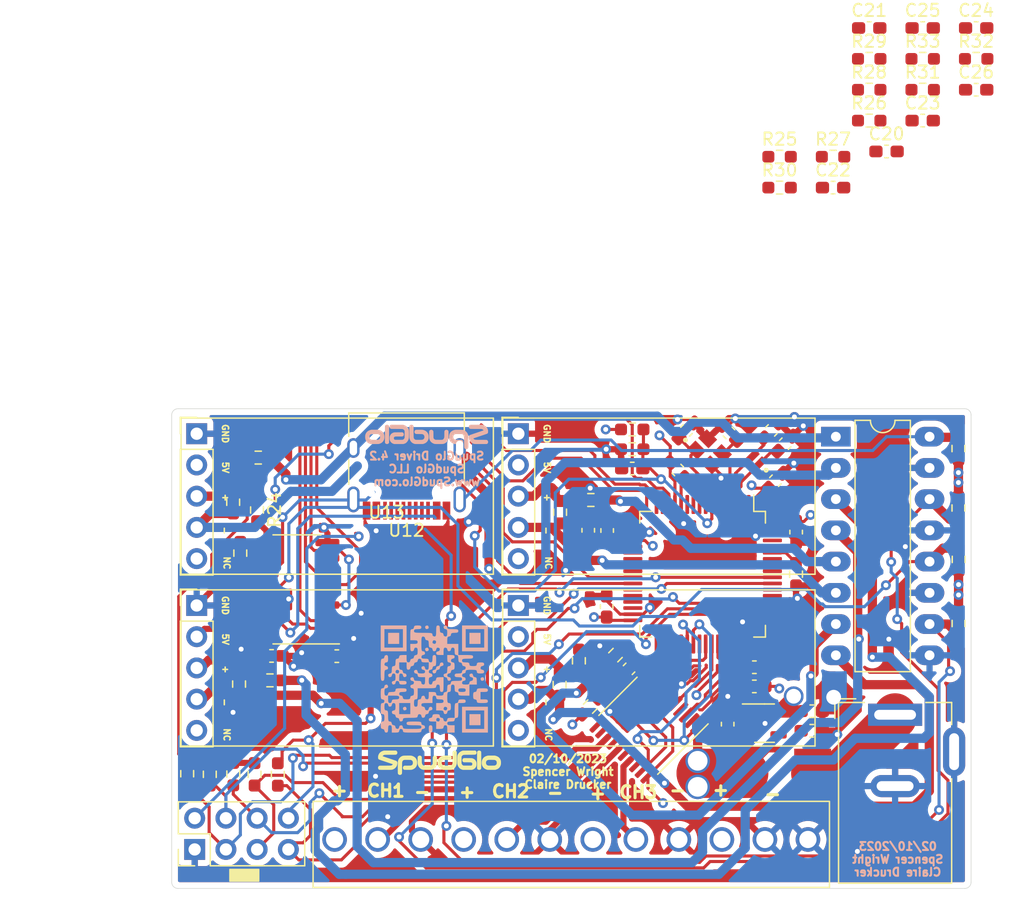
<source format=kicad_pcb>
(kicad_pcb (version 20211014) (generator pcbnew)
  (layers (0 "F.Cu" signal) (1 "In1.Cu" power "GND.Cu") (2 "In2.Cu" power "PWR.Cu") (31 "B.Cu" signal) (34 "B.Paste" user) (35 "F.Paste" user) (36 "B.SilkS" user "B.Silkscreen") (37 "F.SilkS" user "F.Silkscreen") (38 "B.Mask" user) (39 "F.Mask" user) (44 "Edge.Cuts" user))
  (net 0 "")
  (net 1 "Net-(F1-Pad1)")
  (net 2 "+5V")
  (net 3 "/spudglo_v4p2_micro/TIM1_CH1_SHIFT")
  (net 4 "GND1")
  (net 5 "/spudglo_v4p2_micro/TIM1_CH2_SHIFT")
  (net 6 "/spudglo_v4p2_micro/TIM1_CH3_SHIFT")
  (net 7 "INT_LVL_EN")
  (net 9 "+3V3")
  (net 10 "/spudglo_v4p2_micro/LVL_DIR")
  (net 12 "/spudglo_v4p2_micro/TIM1_CH3")
  (net 14 "/spudglo_v4p2_micro/TIM1_CH2")
  (net 16 "/spudglo_v4p2_micro/TIM1_CH1")
  (net 24 "/spudglo_v4p2_micro/LVL_EN")
  (net 25 "WKUP1")
  (net 26 "WKUP2")
  (net 27 "WKUP3")
  (net 28 "WKUP4")
  (net 31 "/INT_4")
  (net 32 "/INT_3")
  (net 33 "/INT_2")
  (net 34 "/INT_1")
  (net 35 "Net-(C4-Pad1)")
  (net 36 "/spudglo_v4p2_micro/OSC48_HI")
  (net 37 "/spudglo_v4p2_micro/OSC48_LO")
  (net 38 "Net-(R33-Pad1)")
  (net 41 "Net-(R30-Pad2)")
  (net 62 "/spudglo_v4p2_micro/SWDIO")
  (net 63 "/spudglo_v4p2_micro/SWCLK")
  (net 64 "/spudglo_v4p2_micro/JTDI")
  (net 69 "/spudglo_v4p2_micro/JTDO")
  (net 70 "/spudglo_v4p2_micro/NJTRST")
  (net 74 "/spudglo_v4p2_micro/BOOT0")
  (net 77 "Net-(R6-Pad1)")
  (net 78 "/OUT_1_N")
  (net 79 "Net-(R7-Pad1)")
  (net 80 "/OUT_2_N")
  (net 81 "Net-(R8-Pad1)")
  (net 82 "/OUT_3_N")
  (net 83 "Net-(R9-Pad1)")
  (net 84 "/OUT_4_N")
  (net 85 "/OUT_3_P")
  (net 87 "/OUT_2_P")
  (net 89 "/OUT_4_P")
  (net 91 "/OUT_1_P")
  (net 93 "Net-(C5-Pad1)")
  (net 94 "Net-(R29-Pad2)")
  (net 95 "Net-(R28-Pad2)")
  (net 96 "Net-(R27-Pad2)")
  (net 97 "XR_TX")
  (net 98 "XR_RX")
  (net 99 "Net-(C24-Pad1)")
  (net 100 "USBD-")
  (net 101 "USBD+")
  (net 102 "NRST")
  (net 103 "XR_GPIO")
  (net 104 "Net-(R26-Pad1)")
  (net 105 "Net-(R25-Pad1)")
  (footprint "Resistor_SMD:R_0603_1608Metric_Pad0.98x0.95mm_HandSolder" (layer "F.Cu") (at 207.51 77.7525 -90)
    (fp_text reference "R18" hide)
    (fp_text value "10k")
  )
  (footprint "Resistor_SMD:R_0603_1608Metric_Pad0.98x0.95mm_HandSolder" (layer "F.Cu") (at 206.8725 70.1 180)
    (fp_text reference "R7" hide)
    (fp_text value "1k")
  )
  (footprint "Capacitor_SMD:C_0603_1608Metric_Pad1.08x0.95mm_HandSolder" (layer "F.Cu") (at 244.1 73.66 -90)
    (fp_text reference "C15" hide)
    (fp_text value "1u")
  )
  (footprint "Connector_PinHeader_2.54mm:PinHeader_1x05_P2.54mm_Vertical" (layer "F.Cu") (at 200.914 64.008)
    (fp_text reference "U4" hide)
    (fp_text value "receiver_433MHz")
  )
  (footprint "ECS-:XTAL_ECS-.327-9-1210-TR" (layer "F.Cu") (at 246.4 52.18 135)
    (fp_text reference "U7" hide)
    (fp_text value "ECS-.327-9-1210-TR")
  )
  (footprint "Package_QFP:LQFP-64_10x10mm_P0.5mm" (layer "F.Cu") (at 242.062 61.468 -90)
    (fp_text reference "U10" hide)
    (fp_text value "STM32L431RCTx")
  )
  (footprint "Capacitor_SMD:C_0603_1608Metric_Pad1.08x0.95mm_HandSolder" (layer "F.Cu") (at 212.31 68.13)
    (fp_text reference "C1" hide)
    (fp_text value "1u")
  )
  (footprint "Resistor_SMD:R_0603_1608Metric_Pad0.98x0.95mm_HandSolder" (layer "F.Cu") (at 205.92 51.98 180)
    (fp_text reference "R6" hide)
    (fp_text value "1k")
  )
  (footprint "Capacitor_SMD:C_0603_1608Metric_Pad1.08x0.95mm_HandSolder" (layer "F.Cu") (at 236.34 52.87 180)
    (fp_text reference "C8" hide)
    (fp_text value "0.1u")
  )
  (footprint "Resistor_SMD:R_0603_1608Metric_Pad0.98x0.95mm_HandSolder" (layer "F.Cu") (at 264.3125 19.55)
    (fp_text reference "R32")
    (fp_text value "10k")
  )
  (footprint "Capacitor_SMD:C_0603_1608Metric_Pad1.08x0.95mm_HandSolder" (layer "F.Cu") (at 259.9625 17.04)
    (fp_text reference "C25")
    (fp_text value "1u")
  )
  (footprint "Package_DIP:DIP-16_W7.62mm_LongPads" (layer "F.Cu") (at 252.9 50.28)
    (fp_text reference "U6" hide)
    (fp_text value "PS2501-4")
  )
  (footprint "Connector_PinHeader_2.54mm:PinHeader_1x05_P2.54mm_Vertical" (layer "F.Cu") (at 227.076 50.038)
    (fp_text reference "U5" hide)
    (fp_text value "receiver_433MHz")
  )
  (footprint "Resistor_SMD:R_0603_1608Metric_Pad0.98x0.95mm_HandSolder" (layer "F.Cu") (at 230.43 70.44 -90)
    (fp_text reference "R3" hide)
    (fp_text value "10k")
  )
  (footprint "Resistor_SMD:R_0603_1608Metric_Pad0.98x0.95mm_HandSolder" (layer "F.Cu") (at 232.92 72.23 45)
    (fp_text reference "R14" hide)
    (fp_text value "10k")
  )
  (footprint "srw_custom:2410FA" (layer "F.Cu") (at 251.01 81.66 180)
    (fp_text reference "F1" hide)
    (fp_text value "Fuse-2410FA")
  )
  (footprint "Capacitor_SMD:C_0603_1608Metric_Pad1.08x0.95mm_HandSolder" (layer "F.Cu") (at 250.94 74.2)
    (fp_text reference "C19" hide)
    (fp_text value "10u")
  )
  (footprint "XTAL_ECS-480-8-36-RWN-TR" (layer "F.Cu") (at 242.61 51.51 -45)
    (fp_text reference "U8" hide)
    (fp_text value "ECS-480-8-36-RWN-TR")
  )
  (footprint "Resistor_SMD:R_0603_1608Metric_Pad0.98x0.95mm_HandSolder" (layer "F.Cu") (at 255.6125 24.57)
    (fp_text reference "R26")
    (fp_text value "5.1k")
  )
  (footprint "Capacitor_SMD:C_0603_1608Metric_Pad1.08x0.95mm_HandSolder" (layer "F.Cu") (at 234.3 57.91 90)
    (fp_text reference "C10" hide)
    (fp_text value "0.1u")
  )
  (footprint "Capacitor_SMD:C_0603_1608Metric_Pad1.08x0.95mm_HandSolder" (layer "F.Cu") (at 252.6725 30.02)
    (fp_text reference "C22")
    (fp_text value "1u")
  )
  (footprint "Resistor_SMD:R_0603_1608Metric_Pad0.98x0.95mm_HandSolder" (layer "F.Cu") (at 262.87 51.2425 90)
    (fp_text reference "R10" hide)
    (fp_text value "10k")
  )
  (footprint "Resistor_SMD:R_0603_1608Metric_Pad0.98x0.95mm_HandSolder" (layer "F.Cu") (at 203.88 55.61 -90)
    (fp_text reference "R1" hide)
    (fp_text value "10k")
  )
  (footprint "Resistor_SMD:R_0603_1608Metric_Pad0.98x0.95mm_HandSolder" (layer "F.Cu") (at 232 68.5075 -90)
    (fp_text reference "R9" hide)
    (fp_text value "1k")
  )
  (footprint "Capacitor_SMD:C_0603_1608Metric_Pad1.08x0.95mm_HandSolder" (layer "F.Cu") (at 234.26 64.0925 90)
    (fp_text reference "C12" hide)
    (fp_text value "0.1u")
  )
  (footprint "Resistor_SMD:R_0603_1608Metric_Pad0.98x0.95mm_HandSolder" (layer "F.Cu") (at 205.62 77.74 -90)
    (fp_text reference "R20" hide)
    (fp_text value "10k")
  )
  (footprint "Capacitor_SMD:C_0603_1608Metric_Pad1.08x0.95mm_HandSolder" (layer "F.Cu") (at 246.2725 69.03 180)
    (fp_text reference "C16" hide)
    (fp_text value "0.01u")
  )
  (footprint "Capacitor_SMD:C_0603_1608Metric_Pad1.08x0.95mm_HandSolder" (layer "F.Cu") (at 247.658198 49.768438 45)
    (fp_text reference "C5" hide)
    (fp_text value "8p")
  )
  (footprint "Resistor_SMD:R_0603_1608Metric_Pad0.98x0.95mm_HandSolder" (layer "F.Cu") (at 259.9625 22.06)
    (fp_text reference "R31")
    (fp_text value "0")
  )
  (footprint "Capacitor_SMD:C_0603_1608Metric_Pad1.08x0.95mm_HandSolder" (layer "F.Cu") (at 257.0225 27.08)
    (fp_text reference "C20")
    (fp_text value "1u")
  )
  (footprint "Connector_PinHeader_2.54mm:PinHeader_1x05_P2.54mm_Vertical" (layer "F.Cu") (at 200.914 50.038)
    (fp_text reference "U1" hide)
    (fp_text value "receiver_433MHz")
  )
  (footprint "Resistor_SMD:R_0603_1608Metric_Pad0.98x0.95mm_HandSolder" (layer "F.Cu") (at 236.3375 51.3 180)
    (fp_text reference "R23" hide)
    (fp_text value "DNI")
  )
  (footprint "srw_custom:1984714" (layer "F.Cu") (at 212.13 83.04)
    (fp_text reference locked "J3" hide)
    (fp_text value locked "terminal_custom_12pin")
  )
  (footprint "Resistor_SMD:R_0603_1608Metric_Pad0.98x0.95mm_HandSolder" (layer "F.Cu") (at 204.36 70.4 -90)
    (fp_text reference "R4" hide)
    (fp_text value "10k")
  )
  (footprint "Resistor_SMD:R_0603_1608Metric_Pad0.98x0.95mm_HandSolder" (layer "F.Cu") (at 252.6725 27.51)
    (fp_text reference "R27")
    (fp_text value "0")
  )
  (footprint "Resistor_SMD:R_0603_1608Metric_Pad0.98x0.95mm_HandSolder" (layer "F.Cu") (at 205.82 56.2425 -90)
    (fp_text reference "R24")
    (fp_text value "DNI")
  )
  (footprint "Package_TO_SOT_SMD:SOT-23-5" (layer "F.Cu") (at 247.1 73.58)
    (fp_text reference "U11" hide)
    (fp_text value "LP5907MFX-3.3")
  )
  (footprint "Capacitor_SMD:C_0603_1608Metric_Pad1.08x0.95mm_HandSolder" (layer "F.Cu") (at 240.75012 49.76988 45)
    (fp_text reference "C3" hide)
    (fp_text value "6p")
  )
  (footprint "Capacitor_SMD:C_0603_1608Metric_Pad1.08x0.95mm_HandSolder" (layer "F.Cu") (at 240.04012 52.99012 -45)
    (fp_text reference "C13" hide)
    (fp_text value "0.1u")
  )
  (footprint "Connector_PinHeader_2.54mm:PinHeader_2x04_P2.54mm_Vertical" (layer "F.Cu") (at 200.75 83.85 90)
    (fp_text reference "J1" hide)
    (fp_text value locked "Conn_01x08_Male")
  )
  (footprint "Resistor_SMD:R_0603_1608Metric_Pad0.98x0.95mm_HandSolder" (layer "F.Cu") (at 262.89 60.26 90)
    (fp_text reference "R13" hide)
    (fp_text value "10k")
  )
  (footprint "Capacitor_SMD:C_0603_1608Metric_Pad1.08x0.95mm_HandSolder" (layer "F.Cu") (at 259.9625 24.57)
    (fp_text reference "C23")
    (fp_text value "1u")
  )
  (footprint "Resistor_SMD:R_0603_1608Metric_Pad0.98x0.95mm_HandSolder" (layer "F.Cu") (at 204.46 59.75 -90)
    (fp_text reference "R2" hide)
    (fp_text value "10k")
  )
  (footprint "Resistor_SMD:R_0603_1608Metric_Pad0.98x0.95mm_HandSolder" (layer "F.Cu") (at 248.3225 30.02)
    (fp_text reference "R30")
    (fp_text value "0")
  )
  (footprint "Resistor_SMD:R_0603_1608Metric_Pad0.98x0.95mm_HandSolder" (layer "F.Cu") (at 255.6125 22.06)
    (fp_text reference "R28")
    (fp_text value "0")
  )
  (footprint "Resistor_SMD:R_0603_1608Metric_Pad0.98x0.95mm_HandSolder" (layer "F.Cu") (at 248.3225 27.51)
    (fp_text reference "R25")
    (fp_text value "5.1k")
  )
  (footprint "Resistor_SMD:R_0603_1608Metric_Pad0.98x0.95mm_HandSolder" (layer "F.Cu") (at 232.9725 55.43 180)
    (fp_text reference "R8" hide)
    (fp_text value "1k")
  )
  (footprint "LOGO" (layer "F.Cu") (at 220.66 76.8)
    (fp_text reference "G***" hide)
    (fp_text value "LOGO" hide)
  )
  (footprint "Connector_BarrelJack:BarrelJack_Wuerth_6941xx301002" (layer "F.Cu") (at 257.718 72.898)
    (fp_text reference "J2" hide)
    (fp_text value "Barrel_Jack_Switch")
  )
  (footprint "Capacitor_SMD:C_0603_1608Metric_Pad1.08x0.95mm_HandSolder" (layer "F.Cu") (at 249.67 58.04 -90)
    (fp_text reference "C9" hide)
    (fp_text value "0.1u")
  )
  (footprint "Resistor_SMD:R_0603_1608Metric_Pad0.98x0.95mm_HandSolder" (layer "F.Cu") (at 234.974765 68.045235 45)
    (fp_text reference "R17" hide)
    (fp_text value "10k")
  )
  (footprint "Connector_USB:USB_C_Receptacle_HRO_TYPE-C-31-M-12" (layer "F.Cu") (at 217.98 52.25 180)
    (fp_text reference "U12")
    (fp_text value "USB-C-31-M-12")
  )
  (footprint "Capacitor_SMD:C_0603_1608Metric_Pad1.08x0.95mm_HandSolder" (layer "F.Cu") (at 250.94 72.61)
    (fp_text reference "C18" hide)
    (fp_text value "1u")
  )
  (footprint "Resistor_SMD:R_0603_1608Metric_Pad0.98x0.95mm_HandSolder" (layer "F.Cu") (at 262.88 65.4725 -90)
    (fp_text reference "R11" hide)
    (fp_text value "10k")
  )
  (footprint "Connector_PinHeader_2.54mm:PinHeader_1x05_P2.54mm_Vertical" (layer "F.Cu") (at 227.076 64.008)
    (fp_text reference "U3" hide)
    (fp_text value "receiver_433MHz")
  )
  (footprint "Capacitor_SMD:C_0603_1608Metric_Pad1.08x0.95mm_HandSolder" (layer "F.Cu") (at 246.27 70.59 180)
    (fp_text reference "C17" hide)
    (fp_text value "1u")
  )
  (footprint "Capacitor_SMD:C_0603_1608Metric_Pad1.08x0.95mm_HandSolder" (layer "F.Cu") (at 255.6125 17.04)
    (fp_text reference "C21")
    (fp_text value "1u")
  )
  (footprint "srw_custom:XR21B1411" (layer "F.Cu") (at 216.8675 58.66)
    (fp_text reference "U13")
    (fp_text value "XR21B1411")
  )
  (footprint "Capacitor_SMD:C_0603_1608Metric_Pad1.08x0.95mm_HandSolder" (layer "F.Cu") (at 248.778198 50.848438 45)
    (fp_text reference "C4" hide)
    (fp_text value "8p")
  )
  (footprint "Resistor_SMD:R_0603_1608Metric_Pad0.98x0.95mm_HandSolder" (layer "F.Cu") (at 249.66 61.4625 -90)
    (fp_text reference "R15" hide)
    (fp_text value "10k")
  )
  (footprint "Capacitor_SMD:C_0603_1608Metric_Pad1.08x0.95mm_HandSolder" (layer "F.Cu") (at 264.3125 17.04)
    (fp_text reference "C24")
    (fp_text value "0.1u")
  )
  (footprint "Capacitor_SMD:C_0603_1608Metric_Pad1.08x0.95mm_HandSolder" (layer "F.Cu") (at 264.3125 22.06)
    (fp_text reference "C26")
    (fp_text value "1u")
  )
  (footprint "Capacitor_SMD:C_0603_1608Metric_Pad1.08x0.95mm_HandSolder" (layer "F.Cu") (at 207.0025 68.11)
    (fp_text reference "C2" hide)
    (fp_text value "1u")
  )
  (footprint "Capacitor_SMD:C_0603_1608Metric_Pad1.08x0.95mm_HandSolder" (layer "F.Cu") (at 244.21012 49.97012 135)
    (fp_text reference "C7" hide)
    (fp_text value "6p")
  )
  (footprint "Resistor_SMD:R_0603_1608Metric_Pad0.98x0.95mm_HandSolder" (layer "F.Cu") (at 230.47 56.4225 -90)
    (fp_text reference "R5" hide)
    (fp_text value "10k")
  )
  (footprint "Resistor_SMD:R_0603_1608Metric_Pad0.98x0.95mm_HandSolder" (layer "F.Cu") (at 236.3375 49.69)
    (fp_text reference "R16" hide)
    (fp_text value "10k")
  )
  (footprint "Capacitor_SMD:C_0603_1608Metric_Pad1.08x0.95mm_HandSolder" (layer "F.Cu") (at 232.76 57.8925 90)
    (fp_text reference "C14" hide)
    (fp_text value "4.7u")
  )
  (footprint "Resistor_SMD:R_0603_1608Metric_Pad0.98x0.95mm_HandSolder" (layer "F.Cu") (at 255.6125 19.55)
    (fp_text reference "R29")
    (fp_text value "0")
  )
  (footprint "Capacitor_SMD:C_0603_1608Metric_Pad1.08x0.95mm_HandSolder" (layer "F.Cu") (at 247.98 53.86 45)
    (fp_text reference "C11" hide)
    (fp_text value "0.1u")
  )
  (footprint "Package_SO:TSSOP-20_4.4x6.5mm_P0.65mm" (layer "F.Cu") (at 237.57 73.79 -135)
    (fp_text reference "U9" hide)
    (fp_text value "SN74HCT245PW")
  )
  (footprint "Resistor_SMD:R_0603_1608Metric_Pad0.98x0.95mm_HandSolder" (layer "F.Cu") (at 203.89 77.7225 -90)
    (fp_text reference "R19" hide)
    (fp_text value "10k")
  )
  (footprint "Package_SO:SOIC-14_3.9x8.7mm_P1.27mm" (layer "F.Cu") (at 209.07 62.7 180)
    (fp_text reference "U2" hide)
    (fp_text value "TXS0104EDR")
  )
  (footprint "Resistor_SMD:R_0603_1608Metric_Pad0.98x0.95mm_HandSolder" (layer "F.Cu") (at 262.87 56.08 -90)
    (fp_text reference "R12" hide)
    (fp_text value "10k")
  )
  (footprint "Resistor_SMD:R_0603_1608Metric_Pad0.98x0.95mm_HandSolder" (layer "F.Cu") (at 259.9625 19.55)
    (fp_text reference "R33")
    (fp_text value "10k")
  )
  (footprint "Resistor_SMD:R_0603_1608Metric_Pad0.98x0.95mm_HandSolder" (layer "F.Cu") (at 200.14 77.69 -90)
    (fp_text reference "R22" hide)
    (fp_text value "10k")
  )
  (footprint "Resistor_SMD:R_0603_1608Metric_Pad0.98x0.95mm_HandSolder" (layer "F.Cu") (at 201.98 77.74 -90)
    (fp_text reference "R21" hide)
    (fp_text value "10k")
  )
  (footprint "Capacitor_SMD:C_0603_1608Metric_Pad1.08x0.95mm_HandSolder" (layer "F.Cu") (at 236.07988 69.16012 45)
    (fp_text reference "C6" hide)
    (fp_text value "0.1u")
  )
  (footprint "LOGO" (layer "B.Cu") (at 220.24 69.99 180)
    (fp_text reference "G***" hide)
    (fp_text value "LOGO" hide)
  )
  (footprint "LOGO" (layer "B.Cu") (at 219.62 50.3 180)
    (fp_text reference "G***" hide)
    (fp_text value "LOGO" hide)
  )
  (gr_line locked (start 225.044 48.768) (end 225.043997 61.467998) (layer "F.SilkS") (width 0.12))
  (gr_line locked (start 251.205997 75.437998) (end 225.805998 75.437999) (layer "F.SilkS") (width 0.12))
  (gr_line locked (start 199.643998 61.467999) (end 199.643998 48.768) (layer "F.SilkS") (width 0.12))
  (gr_poly (pts (xy 203.63 86.435401) (xy 203.63 86.41) (xy 203.6046 86.4354) (xy 203.6046 85.470201) (xy 205.9668 85.4702) (xy 205.966801 86.4354)) (layer "F.SilkS") (width 0.1) (fill solid))
  (gr_line locked (start 225.805998 62.738) (end 251.206 62.738) (layer "F.SilkS") (width 0.12))
  (gr_line locked (start 225.806 48.768002) (end 251.206002 48.768002) (layer "F.SilkS") (width 0.12))
  (gr_line locked (start 225.044 62.738) (end 225.043997 75.437998) (layer "F.SilkS") (width 0.12))
  (gr_line locked (start 225.043997 61.467998) (end 199.643998 61.467999) (layer "F.SilkS") (width 0.12))
  (gr_line locked (start 251.206 62.738) (end 251.205997 75.437998) (layer "F.SilkS") (width 0.12))
  (gr_line locked (start 225.805998 75.437999) (end 225.805998 62.738) (layer "F.SilkS") (width 0.12))
  (gr_line locked (start 251.206002 48.768002) (end 251.205999 61.468) (layer "F.SilkS") (width 0.12))
  (gr_line locked (start 199.643998 62.738) (end 225.044 62.738) (layer "F.SilkS") (width 0.12))
  (gr_line locked (start 199.643998 75.437999) (end 199.643998 62.738) (layer "F.SilkS") (width 0.12))
  (gr_line locked (start 225.043997 75.437998) (end 199.643998 75.437999) (layer "F.SilkS") (width 0.12))
  (gr_line locked (start 225.806 61.468001) (end 225.806 48.768002) (layer "F.SilkS") (width 0.12))
  (gr_line locked (start 199.643998 48.768) (end 225.044 48.768) (layer "F.SilkS") (width 0.12))
  (gr_line locked (start 251.205999 61.468) (end 225.806 61.468001) (layer "F.SilkS") (width 0.12))
  (gr_arc (start 263.898 86.514) (mid 263.74921 86.87321) (end 263.39 87.022) (layer "Edge.Cuts") (width 0.05))
  (gr_line (start 263.898 86.514) (end 263.898 48.514) (layer "Edge.Cuts") (width 0.05))
  (gr_line (start 263.39 87.022) (end 199.389999 87.022) (layer "Edge.Cuts") (width 0.05))
  (gr_arc locked (start 198.882 48.514) (mid 199.03079 48.15479) (end 199.39 48.006) (layer "Edge.Cuts") (width 0.05))
  (gr_line locked (start 199.39 48.006) (end 263.39 48.006) (layer "Edge.Cuts") (width 0.05))
  (gr_arc (start 263.39 48.006) (mid 263.74921 48.15479) (end 263.898 48.514) (layer "Edge.Cuts") (width 0.05))
  (gr_arc (start 199.389999 87.022) (mid 199.030796 86.873203) (end 198.882 86.514) (layer "Edge.Cuts") (width 0.05))
  (gr_line locked (start 198.882 86.514) (end 198.882 48.514) (layer "Edge.Cuts") (width 0.05))
  (gr_text "SpudGlo Driver 4.2\nSpudGlo LLC\nwww.SpudGlo.com" (at 219.62 52.9) (layer "B.SilkS") (effects (font (size 0.65 0.65) (thickness 0.1625)) (justify mirror)))
  (gr_text "02/10/2023\nSpencer Wright\nClaire Drucker\n" (at 257.94 84.65) (layer "B.SilkS") (effects (font (size 0.65 0.65) (thickness 0.1625)) (justify mirror)))
  (gr_text "CH3" (at 236.83 79.2) (layer "F.SilkS") (effects (font (size 1 1) (thickness 0.25))))
  (gr_text "+" (at 243.54 78.99) (layer "F.SilkS") (effects (font (size 1 1) (thickness 0.25)) (justify mirror)))
  (gr_text "-" (at 240.03 79.02) (layer "F.SilkS") (effects (font (size 1 1) (thickness 0.25)) (justify mirror)))
  (gr_text "+" (at 212.53 79.04) (layer "F.SilkS") (effects (font (size 1 1) (thickness 0.25)) (justify mirror)))
  (gr_text "GND" (at 203.233706 50.037464 270) (layer "F.SilkS") (effects (font (size 0.5 0.5) (thickness 0.125))))
  (gr_text "-" (at 203.125905 57.918067 90) (layer "F.SilkS") (effects (font (size 0.5 0.5) (thickness 0.125))))
  (gr_text "-" (at 219.26 79.15) (layer "F.SilkS") (effects (font (size 1 1) (thickness 0.25)) (justify mirror)))
  (gr_text "-" (at 229.287907 57.918069 90) (layer "F.SilkS") (effects (font (size 0.5 0.5) (thickness 0.125))))
  (gr_text "-" (at 230.07 79.22) (layer "F.SilkS") (effects (font (size 1 1) (thickness 0.25)) (justify mirror)))
  (gr_text "NC" (at 229.525524 74.51817 270) (layer "F.SilkS") (effects (font (size 0.5 0.5) (thickness 0.125))))
  (gr_text "+" (at 229.427606 55.238368 270) (layer "F.SilkS") (effects (font (size 0.5 0.5) (thickness 0.125))))
  (gr_text "5V" (at 203.252903 52.787265 270) (layer "F.SilkS") (effects (font (size 0.5 0.5) (thickness 0.125))))
  (gr_text "+" (at 222.91 79.16) (layer "F.SilkS") (effects (font (size 1 1) (thickness 0.25)) (justify mirror)))
  (gr_text "02/10/2023\nSpencer Wright\nClaire Drucker\n" (at 231.11 77.52) (layer "F.SilkS") (effects (font (size 0.65 0.65) (thickness 0.1625))))
  (gr_text "GND" (at 229.395708 50.037466 270) (layer "F.SilkS") (effects (font (size 0.5 0.5) (thickness 0.125))))
  (gr_text "GND" (at 229.395706 64.007464 270) (layer "F.SilkS") (effects (font (size 0.5 0.5) (thickness 0.125))))
  (gr_text "CH2" (at 226.45 79.13) (layer "F.SilkS") (effects (font (size 1 1) (thickness 0.25))))
  (gr_text "+" (at 233.54 79.28) (layer "F.SilkS") (effects (font (size 1 1) (thickness 0.25)) (justify mirror)))
  (gr_text "5V" (at 229.414905 52.787267 270) (layer "F.SilkS") (effects (font (size 0.5 0.5) (thickness 0.125))))
  (gr_text "+" (at 203.265604 55.238366 270) (layer "F.SilkS") (effects (font (size 0.5 0.5) (thickness 0.125))))
  (gr_text "-" (at 247.77 79.33) (layer "F.SilkS") (effects (font (size 1 1) (thickness 0.25)) (justify mirror)))
  (gr_text "NC" (at 203.363524 60.54817 270) (layer "F.SilkS") (effects (font (size 0.5 0.5) (thickness 0.125))))
  (gr_text "5V" (at 229.414903 66.757265 270) (layer "F.SilkS") (effects (font (size 0.5 0.5) (thickness 0.125))))
  (gr_text "NC" (at 203.363524 74.51817 270) (layer "F.SilkS") (effects (font (size 0.5 0.5) (thickness 0.125))))
  (gr_text "CH1" (at 216.3 79.08) (layer "F.SilkS") (effects (font (size 1 1) (thickness 0.25))))
  (gr_text "5V" (at 203.252903 66.757265 270) (layer "F.SilkS") (effects (font (size 0.5 0.5) (thickness 0.125))))
  (gr_text "-" (at 229.287905 71.888067 90) (layer "F.SilkS") (effects (font (size 0.5 0.5) (thickness 0.125))))
  (gr_text "-" (at 203.125905 71.888067 90) (layer "F.SilkS") (effects (font (size 0.5 0.5) (thickness 0.125))))
  (gr_text "+" (at 229.427604 69.208366 270) (layer "F.SilkS") (effects (font (size 0.5 0.5) (thickness 0.125))))
  (gr_text "+" (at 203.265604 69.208366 270) (layer "F.SilkS") (effects (font (size 0.5 0.5) (thickness 0.125))))
  (gr_text "NC" (at 229.525526 60.548172 270) (layer "F.SilkS") (effects (font (size 0.5 0.5) (thickness 0.125))))
  (gr_text "GND" (at 203.233706 64.007464 270) (layer "F.SilkS") (effects (font (size 0.5 0.5) (thickness 0.125))))
  (segment (start 257.718 73.115402) (end 253.173402 77.66) (width 3.5) (layer "F.Cu") (net 1))
  (segment (start 251.01 77.66) (end 253.09 77.66) (width 2) (layer "F.Cu") (net 1))
  (segment (start 257.718 72.898) (end 257.718 73.115402) (width 3.5) (layer "F.Cu") (net 1))
  (segment (start 253.173402 77.66) (end 251.01 77.66) (width 3.5) (layer "F.Cu") (net 1))
  (segment (start 239.63 73.93) (end 235.47 69.77) (width 0.25) (layer "F.Cu") (net 2))
  (segment (start 245.9625 72.63) (end 244.2675 72.63) (width 0.75) (layer "F.Cu") (net 2))
  (segment (start 245.41 77.66) (end 241.95 77.66) (width 4) (layer "F.Cu") (net 2))
  (segment (start 262.88 61.1825) (end 262.89 61.1725) (width 0.75) (layer "F.Cu") (net 2))
  (segment (start 243.561359 72.7975) (end 244.1 72.7975) (width 0.75) (layer "F.Cu") (net 2))
  (segment (start 250.0775 74.4425) (end 248.81 75.71) (width 0.5) (layer "F.Cu") (net 2))
  (segment (start 262.88 62.31) (end 262.88 61.1825) (width 0.75) (layer "F.Cu") (net 2))
  (segment (start 247.31 75.66) (end 245.41 75.66) (width 0.5) (layer "F.Cu") (net 2))
  (segment (start 244.2675 72.63) (end 244.1 72.7975) (width 0.75) (layer "F.Cu") (net 2))
  (segment (start 206.595 66.51) (end 204.85 66.51) (width 0.5) (layer "F.Cu") (net 2))
  (segment (start 241.66 74.932589) (end 243.12443 73.468159) (width 0.75) (layer "F.Cu") (net 2))
  (segment (start 237.614194 77.88238) (end 237.614194 78.854194) (width 0.25) (layer "F.Cu") (net 2))
  (segment (start 204.85 66.51) (end 204.25 65.91) (width 0.5) (layer "F.Cu") (net 2))
  (segment (start 247.36 75.71) (end 247.31 75.66) (width 0.5) (layer "F.Cu") (net 2))
  (segment (start 237.614194 77.88238) (end 239.63 75.866574) (width 0.25) (layer "F.Cu") (net 2))
  (segment (start 262.87 53.2) (end 262.87 54.01) (width 0.75) (layer "F.Cu") (net 2))
  (segment (start 239.63 75.866574) (end 239.63 73.93) (width 0.25) (layer "F.Cu") (net 2))
  (segment (start 245.41 75.66) (end 245.41 75.0825) (width 0.5) (layer "F.Cu") (net 2))
  (segment (start 262.88 63.15) (end 262.88 62.31) (width 0.75) (layer "F.Cu") (net 2))
  (segment (start 243.12443 73.468159) (end 243.12443 73.234429) (width 0.75) (layer "F.Cu") (net 2))
  (segment (start 245.41 75.0825) (end 245.9625 74.53) (width 0.5) (layer "F.Cu") (net 2))
  (segment (start 262.87 52.155) (end 262.87 53.2) (width 0.75) (layer "F.Cu") (net 2))
  (segment (start 250.0775 74.2) (end 250.0775 74.4425) (width 0.5) (layer "F.Cu") (net 2))
  (segment (start 262.87 54.01) (end 262.87 55.1675) (width 0.75) (layer "F.Cu") (net 2))
  (segment (start 243.12443 73.234429) (end 243.561359 72.7975) (width 0.75) (layer "F.Cu") (net 2))
  (segment (start 248.81 75.71) (end 247.36 75.71) (width 0.5) (layer "F.Cu") (net 2))
  (segment (start 206.14 68.11) (end 206.14 66.965) (width 0.5) (layer "F.Cu") (net 2))
  (segment (start 241.95 77.66) (end 241.94 77.65) (width 4) (layer "F.Cu") (net 2))
  (segment (start 201.552 65.91) (end 200.914 66.548) (width 0.5) (layer "F.Cu") (net 2))
  (segment (start 262.88 64.56) (end 262.88 63.15) (width 0.75) (layer "F.Cu") (net 2))
  (segment (start 247.36 75.71) (end 245.41 77.66) (width 0.5) (layer "F.Cu") (net 2))
  (segment (start 237.614194 78.854194) (end 238.84 80.08) (width 0.25) (layer "F.Cu") (net 2))
  (segment (start 245.41 77.66) (end 245.41 75.66) (width 0.5) (layer "F.Cu") (net 2))
  (segment (start 204.25 65.91) (end 201.552 65.91) (width 0.5) (layer "F.Cu") (net 2))
  (segment (start 206.14 66.965) (end 206.595 66.51) (width 0.5) (layer "F.Cu") (net 2))
  (segment (start 241.66 76.64) (end 241.66 74.932589) (width 0.75) (layer "F.Cu") (net 2))
  (via (at 262.87 54.01) (size 0.8) (drill 0.4) (layers "F.Cu" "B.Cu") (net 2))
  (via (at 262.88 63.15) (size 0.8) (drill 0.4) (layers "F.Cu" "B.Cu") (net 2))
  (via (at 262.87 53.2) (size 0.8) (drill 0.4) (layers "F.Cu" "B.Cu") (net 2))
  (via (at 238.84 80.08) (size 0.8) (drill 0.4) (layers "F.Cu" "B.Cu") (net 2))
  (via (at 262.88 62.31) (size 0.8) (drill 0.4) (layers "F.Cu" "B.Cu") (net 2))
  (via (at 241.66 76.64) (size 2) (drill 1.6) (layers "F.Cu" "B.Cu") (net 2))
  (via (at 241.66 78.76) (size 2) (drill 1.6) (layers "F.Cu" "B.Cu") (net 2))
  (segment (start 219.25 79.76) (end 215.97 83.04) (width 0.5) (layer "F.Cu") (net 3))
  (segment (start 231.78 75.63) (end 227.65 79.76) (width 0.5) (layer "F.Cu") (net 3))
  (segment (start 234.396858 74.665045) (end 233.431903 75.63) (width 0.5) (layer "F.Cu") (net 3))
  (segment (start 233.431903 75.63) (end 231.78 75.63) (width 0.5) (layer "F.Cu") (net 3))
  (segment (start 227.65 79.76) (end 219.25 79.76) (width 0.5) (layer "F.Cu") (net 3))
  (segment (start 215.97 83.04) (end 215.63 83.04) (width 0.5) (layer "F.Cu") (net 3))
  (segment (start 232.76 57.03) (end 234.2825 57.03) (width 0.75) (layer "F.Cu") (net 4))
  (segment (start 237.562 58.218) (end 237.73 58.05) (width 0.25) (layer "F.Cu") (net 4))
  (segment (start 213.1725 68.13) (end 213.1725 67.1975) (width 0.5) (layer "F.Cu") (net 4))
  (segment (start 248.58988 53.25012) (end 249.41 52.43) (width 0.25) (layer "F.Cu") (net 4))
  (segment (start 207.95 68.11) (end 208.79 68.95) (width 0.5) (layer "F.Cu") (net 4))
  (segment (start 238.16 69.16) (end 238.490787 69.16) (width 0.25) (layer "F.Cu") (net 4))
  (segment (start 234.925165 76.965165) (end 234.92 76.97033) (width 0.5) (layer "F.Cu") (net 4))
  (segment (start 249.66 62.375) (end 249.66 63.32) (width 0.25) (layer "F.Cu") (net 4))
  (segment (start 207.865 68.11) (end 207.95 68.11) (width 0.5) (layer "F.Cu") (net 4))
  (segment (start 251.8025 72.61) (end 251.8025 72.3875) (width 1) (layer "F.Cu") (net 4))
  (segment (start 244.162 70.019396) (end 242.805698 71.375698) (width 0.25) (layer "F.Cu") (net 4))
  (segment (start 241.08 48.88) (end 240.02 48.88) (width 0.25) (layer "F.Cu") (net 4))
  (segment (start 241.36 49.16) (end 241.08 48.88) (width 0.25) (layer "F.Cu") (net 4))
  (segment (start 233.57 76.33) (end 233.57 76.34043) (width 0.5) (layer "F.Cu") (net 4))
  (segment (start 235.62 67.4) (end 235.62 67.48048) (width 0.5) (layer "F.Cu") (net 4))
  (segment (start 244.11 71.4) (end 244.162 71.348) (width 0.25) (layer "F.Cu") (net 4))
  (segment (start 249.66 63.32) (end 249.77 63.43) (width 0.25) (layer "F.Cu") (net 4))
  (segment (start 236.68976 68.861574) (end 237.525806 69.69762) (width 0.5) (layer "F.Cu") (net 4))
  (segment (start 244.162 69.898) (end 244.162 68.448432) (width 0.25) (layer "F.Cu") (net 4))
  (segment (start 235.425 51.3) (end 234.22 51.3) (width 0.25) (layer "F.Cu") (net 4))
  (segment (start 243.262 69.424396) (end 243.262 68.88) (width 0.25) (layer "F.Cu") (net 4))
  (segment (start 234.375815 57.0475) (end 234.3 57.0475) (width 0.25) (layer "F.Cu") (net 4))
  (segment (start 242.805698 71.375698) (end 242.805698 71.716003) (width 0.25) (layer "F.Cu") (net 4))
  (segment (start 229.63 82.26033) (end 229.63 83.04) (width 0.5) (layer "F.Cu") (net 4))
  (segment (start 237.62238 69.69762) (end 238.16 69.16) (width 0.25) (layer "F.Cu") (net 4))
  (segment (start 244.162 68.448432) (end 243.951784 68.238216) (width 0.25) (layer "F.Cu") (net 4))
  (segment (start 247.737 58.218) (end 246.512 58.218) (width 0.25) (layer "F.Cu") (net 4))
  (segment (start 235.355995 64.718) (end 234.26 63.622005) (width 0.25) (layer "F.Cu") (net 4))
  (segment (start 252.71 74.2) (end 253.01 74.5) (width 0.5) (layer "F.Cu") (net 4))
  (segment (start 242.805698 71.716003) (end 242.026701 72.495) (width 0.25) (layer "F.Cu") (net 4))
  (segment (start 237.525806 69.69762) (end 237.62238 69.69762) (width 0.25) (layer "F.Cu") (net 4))
  (segment (start 239.160394 69.829606) (end 239.95 69.04) (width 0.25) (layer "F.Cu") (net 4))
  (segment (start 249.041442 49.158558) (end 249.53 48.67) (width 0.25) (layer "F.Cu") (net 4))
  (segment (start 232.3 76.33) (end 233.57 76.33) (width 0.5) (layer "F.Cu") (net 4))
  (segment (start 241.288604 70.125) (end 242.356802 69.056802) (width 0.25) (layer "F.Cu") (net 4))
  (segment (start 227.675025 78.745025) (end 231.54005 74.88) (width 0.5) (layer "F.Cu") (net 4))
  (segment (start 242.468579 50.44934) (end 242.51114 50.44934) (width 0.25) (layer "F.Cu") (net 4))
  (segment (start 211.265 57.655) (end 211.545 57.935) (width 0.25) (layer "F.Cu") (net 4))
  (segment (start 234.925165 76.974835) (end 234.925165 76.965165) (width 0.5) (layer "F.Cu") (net 4))
  (segment (start 204.2595 60.6625) (end 200.914 64.008) (width 0.5) (layer "F.Cu") (net 4))
  (segment (start 245.312 67.143) (end 245.312 68.932) (width 0.25) (layer "F.Cu") (net 4))
  (segment (start 241.56 71.3) (end 241.56 71.126396) (width 0.25) (layer "F.Cu") (net 4))
  (segment (start 238.43 81.34) (end 240.13 83.04) (width 0.5) (layer "F.Cu") (net 4))
  (segment (start 227.460025 78.960025) (end 227.675025 78.745025) (width 0.5) (layer "F.Cu") (net 4))
  (segment (start 211.545 57.935) (end 211.545 58.89) (width 0.25) (layer "F.Cu") (net 4))
  (segment (start 251.8025 72.3875) (end 252.72 71.47) (width 1) (layer "F.Cu") (net 4))
  (segment (start 249.41 52.43) (end 249.48 52.43) (width 0.25) (layer "F.Cu") (net 4))
  (segment (start 240.312 55.793) (end 240.312 57.142) (width 0.25) (layer "F.Cu") (net 4))
  (segment (start 218.42 82.33) (end 219.13 83.04) (width 0.5) (layer "F.Cu") (net 4))
  (segment (start 248.268078 49.158558) (end 249.041442 49.158558) (width 0.25) (layer "F.Cu") (net 4))
  (segment (start 216.83005 81.19) (end 218.495025 79.525025) (width 0.5) (layer "F.Cu") (net 4))
  (segment (start 218.495025 79.525025) (end 219.060025 78.960025) (width 0.5) (layer "F.Cu") (net 4))
  (segment (start 242.356802 68.866802) (end 242.343198 68.853198) (width 0.25) (layer "F.Cu") (net 4))
  (segment (start 242.751421 52.57066) (end 243.56 53.379239) (width 0.25) (layer "F.Cu") (net 4))
  (segment (start 235.4775 52.87) (end 235.4775 51.3525) (width 0.25) (layer "F.Cu") (net 4))
  (segment (start 241.27 70.125) (end 241.288604 70.125) (width 0.25) (layer "F.Cu") (net 4))
  (segment (start 232.3 76.33) (end 228.160025 80.469975) (width 0.5) (layer "F.Cu") (net 4))
  (segment (start 232.93 74.88) (end 232.98 74.93) (width 0.5) (layer "F.Cu") (net 4))
  (segment (start 241.058224 70.125) (end 241.27 70.125) (width 0.25) (layer "F.Cu") (net 4))
  (segment (start 234.92 82.43) (end 235.18 82.69) (width 0.5) (layer "F.Cu") (net 4))
  (segment (start 245.9625 73.58) (end 245.0425 73.58) (width 0.75) (layer "F.Cu") (net 4))
  (segment (start 247.12 73.58) (end 247.14 73.6) (width 0.75) (layer "F.Cu") (net 4))
  (segment (start 240.312 55.793) (end 240.312 53.938) (width 0.25) (layer "F.Cu") (net 4))
  (segment (start 204.46 60.6625) (end 204.2595 60.6625) (width 0.5) (layer "F.Cu") (net 4))
  (segment (start 236.387 58.218) (end 237.562 58.218) (width 0.25) (layer "F.Cu") (net 4))
  (segment (start 243.60024 49.36024) (end 244.15976 49.36024) (width 0.25) (layer "F.Cu") (net 4))
  (segment (start 251.8025 74.2) (end 252.71 74.2) (width 0.5) (layer "F.Cu") (net 4))
  (segment (start 241.56 71.126396) (end 243.262 69.424396) (width 0.25) (layer "F.Cu") (net 4))
  (segment (start 237.525806 69.624194) (end 237.525806 69.69762) (width 0.25) (layer "F.Cu") (net 4))
  (segment (start 233.81 67.4) (end 233.7 67.29) (width 0.5) (layer "F.Cu") (net 4))
  (segment (start 237.232 64.718) (end 237.77 64.18) (width 0.25) (layer "F.Cu") (net 4))
  (segment (start 248.9855 58.218) (end 249.67 58.9025) (width 0.25) (layer "F.Cu") (net 4))
  (segment (start 245.4075 69.0325) (end 245.41 69.03) (width 0.25) (layer "F.Cu") (net 4))
  (segment (start 234.925165 76.965165) (end 229.63 82.26033) (width 0.5) (layer "F.Cu") (net 4))
  (segment (start 242.026701 72.495) (end 241.82 72.495) (width 0.25) (layer "F.Cu") (net 4))
  (segment (start 236.387 64.718) (end 237.232 64.718) (width 0.25) (layer "F.Cu") (net 4))
  (segment (start 249.388078 50.238558) (end 249.411442 50.238558) (width 0.25) (layer "F.Cu") (net 4))
  (segment (start 243.56 53.379239) (end 243.56 53.65) (width 0.25) (layer "F.Cu") (net 4))
  (segment (start 245.9625 73.58) (end 247.12 73.58) (width 0.75) (layer "F.Cu") (net 4))
  (segment (start 240.931612 70.251612) (end 241.058224 70.125) (width 0.25) (layer "F.Cu") (net 4))
  (segment (start 236.68976 68.55024) (end 236.68976 68.861574) (width 0.5) (layer "F.Cu") (net 4))
  (segment (start 236.323464 81.34) (end 238.43 81.34) (width 0.5) (layer "F.Cu") (net 4))
  (segment (start 240.803224 70.38) (end 240.931612 70.251612) (width 0.25) (layer "F.Cu") (net 4))
  (segment (start 234.92 76.97033) (end 234.92 79.01) (width 0.5) (layer "F.Cu") (net 4))
  (segment (start 231.54005 74.88) (end 232.93 74.88) (width 0.5) (layer "F.Cu") (net 4))
  (segment (start 245.312 68.932) (end 245.41 69.03) (width 0.25) (layer "F.Cu") (net 4))
  (segment (start 247.737 58.218) (end 248.9855 58.218) (width 0.25) (layer "F.Cu") (net 4))
  (segment (start 245.312 67.143) (end 245.312 65.342) (width 0.25) (layer "F.Cu") (net 4))
  (segment (start 240.312 57.142) (end 240.52 57.35) (width 0.25) (layer "F.Cu") (net 4))
  (segment (start 240.34 70.38) (end 240.803224 70.38) (width 0.25) (layer "F.Cu") (net 4))
  (segment (start 236.323464 81.34) (end 236.323464 78.29) (width 0.5) (layer "F.Cu") (net 4))
  (segment (start 216.45 81.19) (end 216.83005 81.19) (width 0.5) (layer "F.Cu") (net 4))
  (segment (start 219.529975 80.469975) (end 218.42 81.57995) (width 0.5) (layer "F.Cu") (net 4))
  (segment (start 244.162 69.898) (end 244.162 70.019396) (width 0.25) (layer "F.Cu") (net 4))
  (segment (start 240.34 70.38) (end 240.19 70.23) (width 0.25) (layer "F.Cu") (net 4))
  (segment (start 240.312 53.938) (end 240.65 53.6) (width 0.25) (layer "F.Cu") (net 4))
  (segment (start 233.57 76.34043) (end 229.030215 80.880215) (width 0.5) (layer "F.Cu") (net 4))
  (segment (start 234.92 79.01) (end 234.92 82.43) (width 0.5) (layer "F.Cu") (net 4))
  (segment (start 240.19 70.072792) (end 241.342792 68.92) (width 0.25) (layer "F.Cu") (net 4))
  (segment (start 234.26 63.622005) (end 234.26 63.23) (width 0.25) (layer "F.Cu") (net 4))
  (segment (start 218.42 81.57995) (end 218.42 82.33) (width 0.5) (layer "F.Cu") (net 4))
  (segment (start 245.0425 73.58) (end 244.1 74.5225) (width 0.75) (layer "F.Cu") (net 4))
  (segment (start 240.19 70.23) (end 240.19 70.072792) (width 0.25) (layer "F.Cu") (net 4))
  (segment (start 235.4775 51.3525) (end 235.425 51.3) (width 0.25) (layer "F.Cu") (net 4))
  (segment (start 244.162 71.348) (end 244.162 69.898) (width 0.25) (layer "F.Cu") (net 4))
  (segment (start 238.490787 69.16) (end 239.160394 69.829606) (width 0.25) (layer "F.Cu") (net 4))
  (segment (start 235.546315 58.218) (end 234.375815 57.0475) (width 0.25) (layer "F.Cu") (net 4))
  (segment (start 236.387 58.218) (end 235.546315 58.218) (width 0.25) (layer "F.Cu") (net 4))
  (segment (start 219.060025 78.960025) (end 227.460025 78.960025) (width 0.5) (layer "F.Cu") (net 4))
  (segment (start 236.387 64.718) (end 235.355995 64.718) (width 0.25) (layer "F.Cu") (net 4))
  (segment (start 245.4075 70.59) (end 245.4075 69.0325) (width 0.25) (layer "F.Cu") (net 4))
  (segment (start 235.62 67.4) (end 233.81 67.4) (width 0.5) (layer "F.Cu") (net 4))
  (segment (start 249.411442 50.238558) (end 250.25 49.4) (width 0.25) (layer "F.Cu") (net 4))
  (segment (start 246.512 58.218) (end 246.365 58.365) (width 0.25) (layer "F.Cu") (net 4))
  (segment (start 228.160025 80.469975) (end 219.529975 80.469975) (width 0.5) (layer "F.Cu") (net 4))
  (segment (start 242.51114 50.44934) (end 243.60024 49.36024) (width 0.25) (layer "F.Cu") (net 4))
  (segment (start 239.95 69.04) (end 239.95 69.02) (width 0.25) (layer "F.Cu") (net 4))
  (segment (start 244.15976 49.36024) (end 244.72 48.8) (width 0.25) (layer "F.Cu") (net 4))
  (segment (start 234.2825 57.03) (end 234.3 57.0475) (width 0.75) (layer "F.Cu") (net 4))
  (segment (start 235.62 67.48048) (end 236.68976 68.55024) (width 0.5) (layer "F.Cu") (net 4))
  (segment (start 241.342792 68.92) (end 241.84 68.92) (width 0.25) (layer "F.Cu") (net 4))
  (segment (start 242.356802 69.056802) (end 242.356802 68.866802) (width 0.25) (layer "F.Cu") (net 4))
  (segment (start 239.95 69.02) (end 240.727 68.243) (width 0.25) (layer "F.Cu") (net 4))
  (segment (start 213.1725 67.1975) (end 213.68 66.69) (width 0.5) (layer "F.Cu") (net 4))
  (via (at 208.79 68.95) (size 0.8) (drill 0.4) (layers "F.Cu" "B.Cu") (net 4))
  (via (at 249.77 63.43) (size 0.8) (drill 0.4) (layers "F.Cu" "B.Cu") (net 4))
  (via (at 250.25 49.4) (size 0.8) (drill 0.4) (layers "F.Cu" "B.Cu") (net 4))
  (via (at 245.312 65.342) (size 0.8) (drill 0.4) (layers "F.Cu" "B.Cu") (net 4))
  (via (at 249.53 48.67) (size 0.8) (drill 0.4) (layers "F.Cu" "B.Cu") (net 4))
  (via (at 230.92 61.16) (size 0.8) (drill 0.4) (layers "F.Cu" "B.Cu") (net 4))
  (via (at 241.56 71.3) (size 0.8) (drill 0.4) (layers "F.Cu" "B.Cu") (net 4))
  (via (at 244.72 48.8) (size 0.8) (drill 0.4) (layers "F.Cu" "B.Cu") (net 4))
  (via (at 237.73 58.05) (size 0.8) (drill 0.4) (layers "F.Cu" "B.Cu") (net 4))
  (via (at 247.14 73.6) (size 0.8) (drill 0.4) (layers "F.Cu" "B.Cu") (net 4))
  (via (at 213.68 66.69) (size 0.8) (drill 0.4) (layers "F.Cu" "B.Cu") (net 4))
  (via (at 208.4 63.48) (size 0.8) (drill 0.4) (layers "F.Cu" "B.Cu") (net 4))
  (via (at 203.87 72.7) (size 0.8) (drill 0.4) (layers "F.Cu" "B.Cu") (net 4))
  (via (at 257.21 66.75) (size 0.8) (drill 0.4) (layers "F.Cu" "B.Cu") (net 4))
  (via (at 216.45 81.19) (size 0.8) (drill 0.4) (layers "F.Cu" "B.Cu") (net 4))
  (via (at 209.45 67.85) (size 0.8) (drill 0.4) (layers "F.Cu" "B.Cu") (net 4))
  (via (at 234.52 72.62) (size 0.8) (drill 0.4) (layers "F.Cu" "B.Cu") (net 4))
  (via (at 233.7 67.29) (size 0.8) (drill 0.4) (layers "F.Cu" "B.Cu") (net 4))
  (via (at 215.51 57.93) (size 0.8) (drill 0.4) (layers "F.Cu" "B.Cu") (net 4))
  (via (at 234.22 51.3) (size 0.8) (drill 0.4) (layers "F.Cu" "B.Cu") (net 4))
  (via (at 223.03 57.2) (size 0.8) (drill 0.4) (layers "F.Cu" "B.Cu") (net 4))
  (via (at 215.46 77.9) (size 0.8) (drill 0.4) (layers "F.Cu" "B.Cu") (net 4))
  (via (at 211.265 57.655) (size 0.8) (drill 0.4) (layers "F.Cu" "B.Cu") (net 4))
  (via (at 254.65 84.01) (size 0.8) (drill 0.4) (layers "F.Cu" "B.Cu") (net 4))
  (via (at 246.365 58.365) (size 0.8) (drill 0.4) (layers "F.Cu" "B.Cu") (net 4))
  (via (at 253.01 74.5) (size 0.8) (drill 0.4) (layers "F.Cu" "B.Cu") (net 4))
  (via (at 258.55 59.22) (size 0.8) (drill 0.4) (layers "F.Cu" "B.Cu") (net 4))
  (via (at 204.53 67.56) (size 0.8) (drill 0.4) (layers "F.Cu" "B.Cu") (net 4))
  (via (at 249.48 52.43) (size 0.8) (drill 0.4) (layers "F.Cu" "B.Cu") (net 4))
  (via (at 252.72 71.47) (size 1.6) (drill 1.2) (layers "F.Cu" "B.Cu") (net 4))
  (via (at 240.52 57.35) (size 0.8) (drill 0.4) (layers "F.Cu" "B.Cu") (net 4))
  (via (at 214.29 64.64) (size 0.8) (drill 0.4) (layers "F.Cu" "B.Cu") (net 4))
  (via (at 243.56 53.65) (size 0.8) (drill 0.4) (layers "F.Cu" "B.Cu") (net 4))
  (via (at 232.92 54.4645) (size 0.8) (drill 0.4) (layers "F.Cu" "B.Cu") (net 4))
  (via (at 244.11 71.4) (size 0.8) (drill 0.4) (layers "F.Cu" "B.Cu") (net 4))
  (via (at 240.34 70.38) (size 0.8) (drill 0.4) (layers "F.Cu" "B.Cu") (net 4))
  (via (at 240.02 48.88) (size 0.8) (drill 0.4) (layers "F.Cu" "B.Cu") (net 4))
  (via (at 237.77 64.18) (size 0.8) (drill 0.4) (layers "F.Cu" "B.Cu") (net 4))
  (segment (start 227.58 81.59) (end 226.13 83.04) (width 0.5) (layer "F.Cu") (net 5))
  (segment (start 235.316097 75.584283) (end 229.31038 81.59) (width 0.5) (layer "F.Cu") (net 5))
  (segment (start 229.31038 81.59) (end 227.58 81.59) (width 0.5) (layer "F.Cu") (net 5))
  (segment (start 235.623464 82.033464) (end 236.63 83.04) (width 0.5) (layer "F.Cu") (net 6))
  (segment (start 236.235336 76.503522) (end 235.623464 77.115394) (width 0.5) (layer "F.Cu") (net 6))
  (segment (start 235.623464 77.115394) (end 235.623464 82.033464) (width 0.5) (layer "F.Cu") (net 6))
  (segment (start 207.3 54.57) (end 207.3 55.675) (width 0.25) (layer "F.Cu") (net 7))
  (segment (start 206.595 58.89) (end 204.5125 58.89) (width 0.5) (layer "F.Cu") (net 7))
  (segment (start 225.39 54.8) (end 225.39 60.37) (width 0.25) (layer "F.Cu") (net 7))
  (segment (start 206.595 57.93) (end 205.82 57.155) (width 0.5) (layer "F.Cu") (net 7))
  (segment (start 207.3 55.675) (end 205.82 57.155) (width 0.25) (layer "F.Cu") (net 7))
  (segment (start 223.79 53.2) (end 225.39 54.8) (width 0.25) (layer "F.Cu") (net 7))
  (segment (start 206.595 58.89) (end 206.595 57.93) (width 0.5) (layer "F.Cu") (net 7))
  (segment (start 211.66 51.02) (end 211.97 50.71) (width 0.25) (layer "F.Cu") (net 7))
  (segment (start 225.39 60.37) (end 227.238 62.218) (width 0.25) (layer "F.Cu") (net 7))
  (segment (start 211.66 51.7) (end 211.66 51.02) (width 0.25) (layer "F.Cu") (net 7))
  (segment (start 204.5125 58.89) (end 204.46 58.8375) (width 0.5) (layer "F.Cu") (net 7))
  (segment (start 223.24 50.71) (end 223.79 51.26) (width 0.25) (layer "F.Cu") (net 7))
  (segment (start 227.238 62.218) (end 236.387 62.218) (width 0.25) (layer "F.Cu") (net 7))
  (segment (start 223.79 51.26) (end 223.79 53.2) (width 0.25) (layer "F.Cu") (net 7))
  (via (at 207.3 54.57) (size 0.8) (drill 0.4) (layers "F.Cu" "B.Cu") (net 7))
  (via (at 211.66 51.7) (size 0.8) (drill 0.4) (layers "F.Cu" "B.Cu") (net 7))
  (segment (start 207.3 54.57) (end 207.3 53.624695) (width 0.25) (layer "B.Cu") (net 7))
  (segment (start 207.3 53.624695) (end 209.224695 51.7) (width 0.25) (layer "B.Cu") (net 7))
  (segment (start 209.224695 51.7) (end 211.66 51.7) (width 0.25) (layer "B.Cu") (net 7))
  (segment (start 207.4975 76.8275) (end 207.51 76.84) (width 0.5) (layer "F.Cu") (net 9))
  (segment (start 239.812 55.793) (end 239.812 53.893372) (width 0.25) (layer "F.Cu") (net 9))
  (segment (start 249.67 57.1775) (end 250.3025 57.1775) (width 0.25) (layer "F.Cu") (net 9))
  (segment (start 239.43024 51.047252) (end 239.43024 52.38024) (width 0.25) (layer "F.Cu") (net 9))
  (segment (start 205.02 56.13) (end 205.02 56.994505) (width 0.25) (layer "F.Cu") (net 9))
  (segment (start 237.814695 59.16) (end 238.01 59.16) (width 0.25) (layer "F.Cu") (net 9))
  (segment (start 232.274765 72.875235) (end 232.274765 72.885235) (width 0.25) (layer "F.Cu") (net 9))
  (segment (start 202.139414 61.130586) (end 200.67 62.6) (width 0.25) (layer "F.Cu") (net 9))
  (segment (start 205.6025 76.81) (end 205.62 76.8275) (width 0.5) (layer "F.Cu") (net 9))
  (segment (start 200.19 76.8275) (end 200.14 76.7775) (width 0.5) (layer "F.Cu") (net 9))
  (segment (start 205.6325 76.84) (end 205.62 76.8275) (width 0.25) (layer "F.Cu") (net 9))
  (segment (start 203.9075 76.8275) (end 203.89 76.81) (width 0.5) (layer "F.Cu") (net 9))
  (segment (start 236.387 58.718) (end 234.3545 58.718) (width 0.25) (layer "F.Cu") (net 9))
  (segment (start 236.387 58.718) (end 237.372695 58.718) (width 0.25) (layer "F.Cu") (net 9))
  (segment (start 199.45 76.0875) (end 200.14 76.7775) (width 0.25) (layer "F.Cu") (net 9))
  (segment (start 234.2825 58.755) (end 234.3 58.7725) (width 0.75) (layer "F.Cu") (net 9))
  (segment (start 248.2375 72.63) (end 248.2375 72.6225) (width 1) (layer "F.Cu") (net 9))
  (segment (start 234.26 64.955) (end 233.225 64.955) (width 0.25) (layer "F.Cu") (net 9))
  (segment (start 214.65 73.6) (end 211.38 73.6) (width 0.25) (layer "F.Cu") (net 9))
  (segment (start 234.523 65.218) (end 234.26 64.955) (width 0.25) (layer "F.Cu") (net 9))
  (segment (start 201.98 76.8275) (end 203.8725 76.8275) (width 0.5) (layer "F.Cu") (net 9))
  (segment (start 199.45 63.28) (end 199.45 76.0875) (width 0.25) (layer "F.Cu") (net 9))
  (segment (start 202.139414 59.875091) (end 202.139414 61.130586) (width 0.25) (layer "F.Cu") (net 9))
  (segment (start 208.76 74.96) (end 210.02 74.96) (width 0.25) (layer "F.Cu") (net 9))
  (segment (start 247.135 68.466) (end 245.812 67.143) (width 0.25) (layer "F.Cu") (net 9))
  (segment (start 250.0575 72.63) (end 250.0775 72.61) (width 1) (layer "F.Cu") (net 9))
  (segment (start 201.98 76.8275) (end 200.19 76.8275) (width 0.5) (layer "F.Cu") (net 9))
  (segment (start 211.4475 68.13) (end 211.4475 66.6075) (width 0.5) (layer "F.Cu") (net 9))
  (segment (start 215.06 73.19) (end 215.06 72.09) (width 0.5) (layer "F.Cu") (net 9))
  (segment (start 211.4475 66.6075) (end 211.545 66.51) (width 0.5) (layer "F.Cu") (net 9))
  (segment (start 215.06 72.09) (end 211.4475 68.4775) (width 0.5) (layer "F.Cu") (net 9))
  (segment (start 239.43024 53.511612) (end 239.43024 52.38024) (width 0.25) (layer "F.Cu") (net 9))
  (segment (start 201.9975 76.81) (end 201.98 76.8275) (width 0.5) (layer "F.Cu") (net 9))
  (segment (start 247.37012 54.46988) (end 246.27988 54.46988) (width 0.25) (layer "F.Cu") (net 9))
  (segment (start 236.387 65.218) (end 234.523 65.218) (width 0.25) (layer "F.Cu") (net 9))
  (segment (start 238.551494 50.168506) (end 239.43024 51.047252) (width 0.25) (layer "F.Cu") (net 9))
  (segment (start 239.812 53.893372) (end 239.43024 53.511612) (width 0.25) (layer "F.Cu") (net 9))
  (segment (start 247.135 69.03) (end 247.135 68.466) (width 0.25) (layer "F.Cu") (net 9))
  (segment (start 250.3025 57.1775) (end 250.84 56.64) (width 0.25) (layer "F.Cu") (net 9))
  (segment (start 234.3545 58.718) (end 234.3 58.7725) (width 0.25) (layer "F.Cu") (net 9))
  (segment (start 247.13512 54.46988) (end 245.812 55.793) (width 0.25) (layer "F.Cu") (net 9))
  (segment (start 247.37012 54.46988) (end 247.13512 54.46988) (width 0.25) (layer "F.Cu") (net 9))
  (segment (start 247.1325 70.59) (end 248.13 70.59) (width 0.25) (layer "F.Cu") (net 9))
  (segment (start 207.52 76.9475) (end 207.86 76.6075) (width 0.25) (layer "F.Cu") (net 9))
  (segment (start 248.2375 72.6225) (end 249.47 71.39) (width 1) (layer "F.Cu") (net 9))
  (segment (start 235.425 49.69) (end 234.18 49.69) (width 0.25) (layer "F.Cu") (net 9))
  (segment (start 215.06 73.19) (end 214.65 73.6) (width 0.25) (layer "F.Cu") (net 9))
  (segment (start 248.13 70.59) (end 248.3 70.76) (width 0.25) (layer "F.Cu") (net 9))
  (segment (start 200.13 62.6) (end 199.45 63.28) (width 0.25) (layer "F.Cu") (net 9))
  (segment (start 246.27988 54.46988) (end 246.045 54.235) (width 0.25) (layer "F.Cu") (net 9))
  (segment (start 211.38 73.6) (end 210.02 74.96) (width 0.25) (layer "F.Cu") (net 9))
  (segment (start 232.274765 72.885235) (end 231.47 73.69) (width 0.25) (layer "F.Cu") (net 9))
  (segment (start 247.1325 69.0325) (end 247.135 69.03) (width 0.25) (layer "F.Cu") (net 9))
  (segment (start 207.86 75.86) (end 207.86 76.49) (width 0.25) (layer "F.Cu") (net 9))
  (segment (start 205.02 56.994505) (end 202.139414 59.875091) (width 0.25) (layer "F.Cu") (net 9))
  (segment (start 232.76 58.755) (end 234.2825 58.755) (width 0.75) (layer "F.Cu") (net 9))
  (segment (start 207.86 75.86) (end 208.76 74.96) (width 0.25) (layer "F.Cu") (net 9))
  (segment (start 247.737 57.718) (end 249.1295 57.718) (width 0.25) (layer "F.Cu") (net 9))
  (segment (start 211.4475 68.4775) (end 211.4475 68.13) (width 0.5) (layer "F.Cu") (net 9))
  (segment (start 249.1295 57.718) (end 249.67 57.1775) (width 0.25) (layer "F.Cu") (net 9))
  (segment (start 237.372695 58.718) (end 237.814695 59.16) (width 0.25) (layer "F.Cu") (net 9))
  (segment (start 203.89 76.81) (end 205.6025 76.81) (width 0.5) (layer "F.Cu") (net 9))
  (segment (start 205.82 55.33) (end 205.02 56.13) (width 0.25) (layer "F.Cu") (net 9))
  (segment (start 247.1325 70.59) (end 247.1325 69.0325) (width 0.25) (layer "F.Cu") (net 9))
  (segment (start 207.86 76.49) (end 207.51 76.84) (width 0.25) (layer "F.Cu") (net 9))
  (segment (start 203.8725 76.8275) (end 203.89 76.81) (width 0.5) (layer "F.Cu") (net 9))
  (segment (start 248.2375 72.63) (end 250.0575 72.63) (width 1) (layer "F.Cu") (net 9))
  (segment (start 200.67 62.6) (end 200.13 62.6) (width 0.25) (layer "F.Cu") (net 9))
  (via (at 250.84 56.64) (size 0.8) (drill 0.4) (layers "F.Cu" "B.Cu") (net 9))
  (via (at 238.01 59.16) (size 0.8) (drill 0.4) (layers "F.Cu" "B.Cu") (net 9))
  (via (at 249.47 71.39) (size 1.6) (drill 1.2) (layers "F.Cu" "B.Cu") (net 9))
  (via (at 248.3 70.76) (size 0.8) (drill 0.4) (layers "F.Cu" "B.Cu") (net 9))
  (via (at 238.551494 50.168506) (size 0.8) (drill 0.4) (layers "F.Cu" "B.Cu") (net 9))
  (via (at 231.47 73.69) (size 0.8) (drill 0.4) (layers "F.Cu" "B.Cu") (net 9))
  (via (at 246.045 54.235) (size 0.8) (drill 0.4) (layers "F.Cu" "B.Cu") (net 9))
  (via (at 233.225 64.955) (size 0.8) (drill 0.4) (layers "F.Cu" "B.Cu") (net 9))
  (via (at 234.18 49.69) (size 0.8) (drill 0.4) (layers "F.Cu" "B.Cu") (net 9))
  (via (at 215.06 73.19) (size 0.8) (drill 0.4) (layers "F.Cu" "B.Cu") (net 9))
  (via (at 210.02 74.96) (size 0.8) (drill 0.4) (layers "F.Cu" "B.Cu") (net 9))
  (segment (start 210.37 75.27) (end 210.06 74.96) (width 0.25) (layer "B.Cu") (net 9))
  (segment (start 210.37 78.746396) (end 210.37 75.27) (width 0.25) (layer "B.Cu") (net 9))
  (segment (start 210.06 74.96) (end 210.02 74.96) (width 0.25) (layer "B.Cu") (net 9))
  (segment (start 208.37 80.746396) (end 210.37 78.746396) (width 0.25) (layer "B.Cu") (net 9))
  (segment (start 208.37 81.31) (end 208.37 80.746396) (width 0.25) (layer "B.Cu") (net 9))
  (segment (start 241.312 66.028) (end 241.8 65.54) (width 0.25) (layer "F.Cu") (net 10))
  (segment (start 233.565235 71.584765) (end 234.644765 71.584765) (width 0.25) (layer "F.Cu") (net 10))
  (segment (start 241.66238 73.834194) (end 241.66238 73.87762) (width 0.25) (layer "F.Cu") (net 10))
  (segment (start 241.312 66.268) (end 241.312 66.028) (width 0.25) (layer "F.Cu") (net 10))
  (segment (start 234.644765 71.584765) (end 238.06 75) (width 0.25) (layer "F.Cu") (net 10))
  (segment (start 241.312 67.143) (end 241.312 66.268) (width 0.25) (layer "F.Cu") (net 10))
  (segment (start 241.66238 73.87762) (end 240.565 74.975) (width 0.25) (layer "F.Cu") (net 10))
  (via (at 240.565 74.975) (size 0.8) (drill 0.4) (layers "F.Cu" "B.Cu") (net 10))
  (via (at 241.8 65.54) (size 0.8) (drill 0.4) (layers "F.Cu" "B.Cu") (net 10))
  (via (at 238.06 75) (size 0.8) (drill 0.4) (layers "F.Cu" "B.Cu") (net 10))
  (segment (start 240.565 74.975) (end 238.085 74.975) (width 0.25) (layer "B.Cu") (net 10))
  (segment (start 241.8 65.54) (end 242.71 66.45) (width 0.25) (layer "B.Cu") (net 10))
  (segment (start 238.085 74.975) (end 238.06 75) (width 0.25) (layer "B.Cu") (net 10))
  (segment (start 242.71 71.244695) (end 240.565 73.389695) (width 0.25) (layer "B.Cu") (net 10))
  (segment (start 242.71 66.45) (end 242.71 71.244695) (width 0.25) (layer "B.Cu") (net 10))
  (segment (start 240.565 73.389695) (end 240.565 74.975) (width 0.25) (layer "B.Cu") (net 10))
  (segment (start 242.285 71.26) (end 242.285 71.600305) (width 0.25) (layer "F.Cu") (net 12))
  (segment (start 243.312 67.143) (end 243.312 68.234828) (width 0.25) (layer "F.Cu") (net 12))
  (segment (start 242.285 71.600305) (end 241.840305 72.045) (width 0.25) (layer "F.Cu") (net 12))
  (segment (start 243.712 69.833) (end 242.285 71.26) (width 0.25) (layer "F.Cu") (net 12))
  (segment (start 241.613097 72.045) (end 240.743142 72.914955) (width 0.25) (layer "F.Cu") (net 12))
  (segment (start 241.840305 72.045) (end 241.613097 72.045) (width 0.25) (layer "F.Cu") (net 12))
  (segment (start 243.712 68.634828) (end 243.712 69.833) (width 0.25) (layer "F.Cu") (net 12))
  (segment (start 243.312 68.234828) (end 243.712 68.634828) (width 0.25) (layer "F.Cu") (net 12))
  (segment (start 242.812 69.238) (end 241.475 70.575) (width 0.25) (layer "F.Cu") (net 14))
  (segment (start 242.812 67.143) (end 242.812 69.238) (width 0.25) (layer "F.Cu") (net 14))
  (segment (start 241.24462 70.575) (end 239.823903 71.995717) (width 0.25) (layer "F.Cu") (net 14))
  (segment (start 241.475 70.575) (end 241.24462 70.575) (width 0.25) (layer "F.Cu") (net 14))
  (segment (start 242.312 68.248) (end 242.312 67.143) (width 0.25) (layer "F.Cu") (net 16))
  (segment (start 238.904664 71.076478) (end 239.391536 70.589606) (width 0.25) (layer "F.Cu") (net 16))
  (segment (start 239.391536 70.589606) (end 239.391536 70.23486) (width 0.25) (layer "F.Cu") (net 16))
  (segment (start 241.156396 68.47) (end 242.09 68.47) (width 0.25) (layer "F.Cu") (net 16))
  (segment (start 242.09 68.47) (end 242.312 68.248) (width 0.25) (layer "F.Cu") (net 16))
  (segment (start 239.391536 70.23486) (end 241.156396 68.47) (width 0.25) (layer "F.Cu") (net 16))
  (segment (start 237.154575 77.422761) (end 239.06 75.517336) (width 0.25) (layer "F.Cu") (net 24))
  (segment (start 239.06 75.517336) (end 239.06 74.72) (width 0.25) (layer "F.Cu") (net 24))
  (segment (start 239.06 74.72) (end 234.52743 70.18743) (width 0.25) (layer "F.Cu") (net 24))
  (segment (start 240.812 65.902) (end 240.47 65.56) (width 0.25) (layer "F.Cu") (net 24))
  (segment (start 240.812 67.143) (end 240.812 65.902) (width 0.25) (layer "F.Cu") (net 24))
  (segment (start 237.641446 76.93589) (end 237.641446 75.741446) (width 0.25) (layer "F.Cu") (net 24))
  (segment (start 237.154575 77.422761) (end 237.641446 76.93589) (width 0.25) (layer "F.Cu") (net 24))
  (segment (start 234.52743 70.18743) (end 234.52743 68.88837) (width 0.25) (layer "F.Cu") (net 24))
  (segment (start 234.52743 68.88837) (end 234.32953 68.69047) (width 0.25) (layer "F.Cu") (net 24))
  (segment (start 237.641446 75.741446) (end 236.77 74.87) (width 0.25) (layer "F.Cu") (net 24))
  (via (at 236.77 74.87) (size 0.8) (drill 0.4) (layers "F.Cu" "B.Cu") (net 24))
  (via (at 240.47 65.56) (size 0.8) (drill 0.4) (layers "F.Cu" "B.Cu") (net 24))
  (segment (start 240.47 65.56) (end 241.805 66.895) (width 0.25) (layer "B.Cu") (net 24))
  (segment (start 241.805 66.895) (end 241.805 70.015) (width 0.25) (layer "B.Cu") (net 24))
  (segment (start 240.71 71.11) (end 240.71 72.25) (width 0.25) (layer "B.Cu") (net 24))
  (segment (start 238.69 74.27) (end 237.06 74.27) (width 0.25) (layer "B.Cu") (net 24))
  (segment (start 236.77 74.56) (end 236.77 74.87) (width 0.25) (layer "B.Cu") (net 24))
  (segment (start 240.71 72.25) (end 238.69 74.27) (width 0.25) (layer "B.Cu") (net 24))
  (segment (start 237.06 74.27) (end 236.77 74.56) (width 0.25) (layer "B.Cu") (net 24))
  (segment (start 241.805 70.015) (end 240.71 71.11) (width 0.25) (layer "B.Cu") (net 24))
  (segment (start 237.16 53.75) (end 237.562792 53.75) (width 0.25) (layer "F.Cu") (net 25))
  (segment (start 237.562792 53.75) (end 238.282792 54.47) (width 0.25) (layer "F.Cu") (net 25))
  (segment (start 236.669505 53.67) (end 237.08 53.67) (width 0.25) (layer "F.Cu") (net 25))
  (segment (start 211.545 65.24) (end 210.18 65.24) (width 0.25) (layer "F.Cu") (net 25))
  (segment (start 236.34 49.322005) (end 236.34 53.340495) (width 0.25) (layer "F.Cu") (net 25))
  (segment (start 236.34 53.340495) (end 236.669505 53.67) (width 0.25) (layer "F.Cu") (net 25))
  (segment (start 238.282792 54.47) (end 238.829685 54.47) (width 0.25) (layer "F.Cu") (net 25))
  (segment (start 209.31 49.6) (end 210.047 48.863) (width 0.25) (layer "F.Cu") (net 25))
  (segment (start 210.18 65.24) (end 209.31 64.37) (width 0.25) (layer "F.Cu") (net 25))
  (segment (start 237.08 53.67) (end 237.16 53.75) (width 0.25) (layer "F.Cu") (net 25))
  (segment (start 235.880995 48.863) (end 236.34 49.322005) (width 0.25) (layer "F.Cu") (net 25))
  (segment (start 209.31 64.37) (end 209.31 49.6) (width 0.25) (layer "F.Cu") (net 25))
  (segment (start 238.829685 54.47) (end 239.312 54.952315) (width 0.25) (layer "F.Cu") (net 25))
  (segment (start 239.312 54.952315) (end 239.312 55.793) (width 0.25) (layer "F.Cu") (net 25))
  (segment (start 237.51 54.97) (end 237.19 54.65) (width 0.25) (layer "F.Cu") (net 26))
  (segment (start 224.69 50.73) (end 223.723 49.763) (width 0.25) (layer "F.Cu") (net 26))
  (segment (start 245.312 56.738) (end 243.975 58.075) (width 0.25) (layer "F.Cu") (net 26))
  (segment (start 210.21 59.28) (end 210.465 59.535) (width 0.25) (layer "F.Cu") (net 26))
  (segment (start 210.977 49.763) (end 210.21 50.53) (width 0.25) (layer "F.Cu") (net 26))
  (segment (start 224.69 52.32) (end 224.69 50.73) (width 0.25) (layer "F.Cu") (net 26))
  (segment (start 232.183604 52.03) (end 229.285701 52.03) (width 0.25) (layer "F.Cu") (net 26))
  (segment (start 227.445701 53.87) (end 226.24 53.87) (width 0.25) (layer "F.Cu") (net 26))
  (segment (start 234.69 54.536396) (end 232.183604 52.03) (width 0.25) (layer "F.Cu") (net 26))
  (segment (start 237.19 54.65) (end 234.69 54.65) (width 0.25) (layer "F.Cu") (net 26))
  (segment (start 210.21 50.53) (end 210.21 59.28) (width 0.25) (layer "F.Cu") (net 26))
  (segment (start 210.465 59.535) (end 212.566751 59.535) (width 0.25) (layer "F.Cu") (net 26))
  (segment (start 234.69 54.65) (end 234.69 54.536396) (width 0.25) (layer "F.Cu") (net 26))
  (segment (start 213.05 63.97) (end 211.545 63.97) (width 0.25) (layer "F.Cu") (net 26))
  (segment (start 239.253315 58.075) (end 237.51 56.331685) (width 0.25) (layer "F.Cu") (net 26))
  (segment (start 237.51 56.331685) (end 237.51 54.97) (width 0.25) (layer "F.Cu") (net 26))
  (segment (start 226.24 53.87) (end 224.69 52.32) (width 0.25) (layer "F.Cu") (net 26))
  (segment (start 245.312 55.793) (end 245.312 56.738) (width 0.25) (layer "F.Cu") (net 26))
  (segment (start 212.566751 59.535) (end 213.295875 60.264125) (width 0.25) (layer "F.Cu") (net 26))
  (segment (start 229.285701 52.03) (end 227.445701 53.87) (width 0.25) (layer "F.Cu") (net 26))
  (via (at 213.05 63.97) (size 0.8) (drill 0.4) (layers "F.Cu" "B.Cu") (net 26))
  (via (at 213.295875 60.264125) (size 0.8) (drill 0.4) (layers "F.Cu" "B.Cu") (net 26))
  (segment (start 213.05 63.97) (end 213.295875 63.724125) (width 0.25) (layer "B.Cu") (net 26))
  (segment (start 213.295875 63.724125) (end 213.295875 60.264125) (width 0.25) (layer "B.Cu") (net 26))
  (segment (start 224.24 52.88) (end 225.84 54.48) (width 0.25) (layer "F.Cu") (net 27))
  (segment (start 213.135305 62.31) (end 214.245 61.200305) (width 0.25) (layer "F.Cu") (net 27))
  (segment (start 210.68 56.044695) (end 210.68 51.02) (width 0.25) (layer "F.Cu") (net 27))
  (segment (start 226.589299 58.833) (end 229.94305 58.833) (width 0.25) (layer "F.Cu") (net 27))
  (segment (start 232.82805 61.718) (end 236.387 61.718) (width 0.25) (layer "F.Cu") (net 27))
  (segment (start 211.935 62.31) (end 213.135305 62.31) (width 0.25) (layer "F.Cu") (net 27))
  (segment (start 229.94305 58.833) (end 232.82805 61.718) (width 0.25) (layer "F.Cu") (net 27))
  (segment (start 211.545 62.7) (end 211.935 62.31) (width 0.25) (layer "F.Cu") (net 27))
  (segment (start 225.84 58.083701) (end 226.589299 58.833) (width 0.25) (layer "F.Cu") (net 27))
  (segment (start 224.24 50.916396) (end 224.24 52.88) (width 0.25) (layer "F.Cu") (net 27))
  (segment (start 214.245 61.200305) (end 214.245 59.609695) (width 0.25) (layer "F.Cu") (net 27))
  (segment (start 223.536604 50.213) (end 224.24 50.916396) (width 0.25) (layer "F.Cu") (net 27))
  (segment (start 225.84 54.48) (end 225.84 58.083701) (width 0.25) (layer "F.Cu") (net 27))
  (segment (start 214.245 59.609695) (end 210.68 56.044695) (width 0.25) (layer "F.Cu") (net 27))
  (segment (start 210.68 51.02) (end 211.487 50.213) (width 0.25) (layer "F.Cu") (net 27))
  (segment (start 233.3 52.51) (end 233.3 51.81) (width 0.25) (layer "F.Cu") (net 28))
  (segment (start 226.091 51.403) (end 224.64 49.952) (width 0.25) (layer "F.Cu") (net 28))
  (segment (start 236.98 54.2) (end 236.92 54.14) (width 0.25) (layer "F.Cu") (net 28))
  (segment (start 224.64 49.952) (end 224.64 49.9) (width 0.25) (layer "F.Cu") (net 28))
  (segment (start 234.93 54.14) (end 233.3 52.51) (width 0.25) (layer "F.Cu") (net 28))
  (segment (start 236.92 54.14) (end 234.93 54.14) (width 0.25) (layer "F.Cu") (net 28))
  (segment (start 238.312 55.793) (end 238.312 55.135604) (width 0.25) (layer "F.Cu") (net 28))
  (segment (start 238.312 55.135604) (end 237.376396 54.2) (width 0.25) (layer "F.Cu") (net 28))
  (segment (start 233.3 51.81) (end 232.893 51.403) (width 0.25) (layer "F.Cu") (net 28))
  (segment (start 210.317 49.313) (end 209.76 49.87) (width 0.25) (layer "F.Cu") (net 28))
  (segment (start 210.74 61.43) (end 211.545 61.43) (width 0.25) (layer "F.Cu") (net 28))
  (segment (start 232.893 51.403) (end 226.091 51.403) (width 0.25) (layer "F.Cu") (net 28))
  (segment (start 237.376396 54.2) (end 236.98 54.2) (width 0.25) (layer "F.Cu") (net 28))
  (segment (start 224.64 49.9) (end 224.053 49.313) (width 0.25) (layer "F.Cu") (net 28))
  (segment (start 209.76 60.45) (end 210.74 61.43) (width 0.25) (layer "F.Cu") (net 28))
  (segment (start 209.76 49.87) (end 209.76 60.45) (width 0.25) (layer "F.Cu") (net 28))
  (segment (start 260.52 65.52) (end 262.015 65.52) (width 0.75) (layer "F.Cu") (net 31))
  (segment (start 221.23 65.24) (end 221.61 64.86) (width 0.25) (layer "F.Cu") (net 31))
  (segment (start 262.07 67.07) (end 262.07 69.23) (width 0.25) (layer "F.Cu") (net 31))
  (segment (start 262.015 65.52) (end 262.88 66.385) (width 0.75) (layer "F.Cu") (net 31))
  (segment (start 207.9 60.501751) (end 207.9 56.83) (width 0.25) (layer "F.Cu") (net 31))
  (segment (start 206.971751 61.43) (end 207.9 60.501751) (width 0.25) (layer "F.Cu") (net 31))
  (segment (start 254.74 82.57) (end 252.927 84.383) (width 0.25) (layer "F.Cu") (net 31))
  (segment (start 259.36 82.57) (end 254.74 82.57) (width 0.25) (layer "F.Cu") (net 31))
  (segment (start 262.07 67.07) (end 260.52 65.52) (width 0.25) (layer "F.Cu") (net 31))
  (segment (start 221.23 75.33) (end 221.23 65.24) (width 0.25) (layer "F.Cu") (net 31))
  (segment (start 242.337 84.383) (end 241.82 84.9) (width 0.25) (layer "F.Cu") (net 31))
  (segment (start 206.595 61.43) (end 206.971751 61.43) (width 0.25) (layer "F.Cu") (net 31))
  (segment (start 221.02 82.14) (end 221.22 81.94) (width 0.25) (layer "F.Cu") (net 31))
  (segment (start 222.616167 84.9) (end 221.02 83.303833) (width 0.25) (layer "F.Cu") (net 31))
  (segment (start 252.927 84.383) (end 242.337 84.383) (width 0.25) (layer "F.Cu") (net 31))
  (segment (start 261.293 80.637) (end 259.36 82.57) (width 0.25) (layer "F.Cu") (net 31))
  (segment (start 241.82 84.9) (end 222.616167 84.9) (width 0.25) (layer "F.Cu") (net 31))
  (segment (start 262.07 69.23) (end 262.19 69.35) (width 0.25) (layer "F.Cu") (net 31))
  (segment (start 221.02 83.303833) (end 221.02 82.14) (width 0.25) (layer "F.Cu") (net 31))
  (via (at 221.61 64.86) (size 0.8) (drill 0.4) (layers "F.Cu" "B.Cu") (net 31))
  (via (at 221.22 81.94) (size 0.8) (drill 0.4) (layers "F.Cu" "B.Cu") (net 31))
  (via (at 262.19 69.35) (size 0.8) (drill 0.4) (layers "F.Cu" "B.Cu") (net 31))
  (via (at 261.293 80.637) (size 0.8) (drill 0.4) (layers "F.Cu" "B.Cu") (net 31))
  (via (at 221.23 75.33) (size 0.8) (drill 0.4) (layers "F.Cu" "B.Cu") (net 31))
  (via (at 207.9 56.83) (size 0.8) (drill 0.4) (layers "F.Cu" "B.Cu") (net 31))
  (segment (start 261.293 70.247) (end 261.293 80.637) (width 0.25) (layer "B.Cu") (net 31))
  (segment (start 221.22 75.67) (end 221.23 75.66) (width 0.25) (layer "B.Cu") (net 31))
  (segment (start 262.19 69.35) (end 261.293 70.247) (width 0.25) (layer "B.Cu") (net 31))
  (segment (start 221.23 75.66) (end 221.23 75.33) (width 0.25) (layer "B.Cu") (net 31))
  (segment (start 209.3 55.43) (end 214.69 55.43) (width 0.25) (layer "B.Cu") (net 31))
  (segment (start 207.9 56.83) (end 209.3 55.43) (width 0.25) (layer "B.Cu") (net 31))
  (segment (start 221.61 59.92) (end 219.48 57.79) (width 0.25) (layer "B.Cu") (net 31))
  (segment (start 214.69 55.43) (end 215.33 54.79) (width 0.25) (layer "B.Cu") (net 31))
  (segment (start 221.61 64.86) (end 221.61 59.92) (width 0.25) (layer "B.Cu") (net 31))
  (segment (start 221.22 81.94) (end 221.22 75.67) (width 0.25) (layer "B.Cu") (net 31))
  (segment (start 258.89 60.44) (end 256.97 62.36) (width 0.25) (layer "F.Cu") (net 32))
  (segment (start 206.595 62.7) (end 207.44 62.7) (width 0.25) (layer "F.Cu") (net 32))
  (segment (start 260.52 60.44) (end 258.89 60.44) (width 0.25) (layer "F.Cu") (net 32))
  (segment (start 207.44 62.7) (end 208.41 61.73) (width 0.25) (layer "F.Cu") (net 32))
  (segment (start 261.6125 59.3475) (end 260.52 60.44) (width 0.75) (layer "F.Cu") (net 32))
  (segment (start 262.89 59.3475) (end 261.6125 59.3475) (width 0.75) (layer "F.Cu") (net 32))
  (via (at 208.41 61.73) (size 0.8) (drill 0.4) (layers "F.Cu" "B.Cu") (net 32))
  (via (at 256.97 62.36) (size 0.8) (drill 0.4) (layers "F.Cu" "B.Cu") (net 32))
  (segment (start 239.785 64.905) (end 241.985 62.705) (width 0.25) (layer "B.Cu") (net 32))
  (segment (start 255.225 64.105) (end 256.97 62.36) (width 0.25) (layer "B.Cu") (net 32))
  (segment (start 231.543 65.183) (end 232.04 65.68) (width 0.25) (layer "B.Cu") (net 32))
  (segment (start 251.650545 63.880495) (end 251.809505 63.880495) (width 0.25) (layer "B.Cu") (net 32))
  (segment (start 222.16 57.43) (end 222.16 62.416) (width 0.25) (layer "B.Cu") (net 32))
  (segment (start 208.41 57.36) (end 209.74 56.03) (width 0.25) (layer "B.Cu") (net 32))
  (segment (start 222.16 62.416) (end 224.927 65.183) (width 0.25) (layer "B.Cu") (net 32))
  (segment (start 220.76 56.03) (end 222.16 57.43) (width 0.25) (layer "B.Cu") (net 32))
  (segment (start 252.03401 64.105) (end 255.225 64.105) (width 0.25) (layer "B.Cu") (net 32))
  (segment (start 237.155 64.905) (end 239.785 64.905) (width 0.25) (layer "B.Cu") (net 32))
  (segment (start 209.74 56.03) (end 220.76 56.03) (width 0.25) (layer "B.Cu") (net 32))
  (segment (start 224.927 65.183) (end 231.543 65.183) (width 0.25) (layer "B.Cu") (net 32))
  (segment (start 251.809505 63.880495) (end 252.03401 64.105) (width 0.25) (layer "B.Cu") (net 32))
  (segment (start 208.41 61.73) (end 208.41 57.36) (width 0.25) (layer "B.Cu") (net 32))
  (segment (start 241.985 62.705) (end 250.47505 62.705) (width 0.25) (layer "B.Cu") (net 32))
  (segment (start 236.38 65.68) (end 237.155 64.905) (width 0.25) (layer "B.Cu") (net 32))
  (segment (start 232.04 65.68) (end 236.38 65.68) (width 0.25) (layer "B.Cu") (net 32))
  (segment (start 250.47505 62.705) (end 251.650545 63.880495) (width 0.25) (layer "B.Cu") (net 32))
  (segment (start 254.373 84.833) (end 254.39 84.85) (width 0.25) (layer "F.Cu") (net 33))
  (segment (start 258.25 65.48) (end 257.89 65.12) (width 0.25) (layer "F.Cu") (net 33))
  (segment (start 206.595 63.97) (end 207.17 63.97) (width 0.25) (layer "F.Cu") (net 33))
  (segment (start 258.105305 84.85) (end 262.018 80.937305) (width 0.25) (layer "F.Cu") (net 33))
  (segment (start 218.59 65.54) (end 220.07 67.02) (width 0.25) (layer "F.Cu") (net 33))
  (segment (start 262.018 78.230412) (end 261.21 77.422412) (width 0.25) (layer "F.Cu") (net 33))
  (segment (start 212.795 65.865) (end 213.12 65.54) (width 0.25) (layer "F.Cu") (net 33))
  (segment (start 209.823604 65.52) (end 210.168604 65.865) (width 0.25) (layer "F.Cu") (net 33))
  (segment (start 262.1525 56.9925) (end 260.52 55.36) (width 0.75) (layer "F.Cu") (net 33))
  (segment (start 242.153 85.35) (end 242.67 84.833) (width 0.25) (layer "F.Cu") (net 33))
  (segment (start 262.87 56.9925) (end 262.1525 56.9925) (width 0.75) (layer "F.Cu") (net 33))
  (segment (start 260.52 55.36) (end 257.4 58.48) (width 0.25) (layer "F.Cu") (net 33))
  (segment (start 258.25 67.81) (end 258.25 65.48) (width 0.25) (layer "F.Cu") (net 33))
  (segment (start 261.21 77.422412) (end 261.21 70.77) (width 0.25) (layer "F.Cu") (net 33))
  (segment (start 262.018 80.937305) (end 262.018 78.230412) (width 0.25) (layer "F.Cu") (net 33))
  (segment (start 261.21 70.77) (end 258.25 67.81) (width 0.25) (layer "F.Cu") (net 33))
  (segment (start 213.12 65.54) (end 218.59 65.54) (width 0.25) (layer "F.Cu") (net 33))
  (segment (start 207.17 63.97) (end 208.72 65.52) (width 0.25) (layer "F.Cu") (net 33))
  (segment (start 257.4 58.48) (end 257.4 60.47) (width 0.25) (layer "F.Cu") (net 33))
  (segment (start 217.375688 83.159521) (end 219.566167 85.35) (width 0.25) (layer "F.Cu") (net 33))
  (segment (start 220.07 67.02) (end 220.07 75.23) (width 0.25) (layer "F.Cu") (net 33))
  (segment (start 242.67 84.833) (end 254.373 84.833) (width 0.25) (layer "F.Cu") (net 33))
  (segment (start 208.72 65.52) (end 209.823604 65.52) (width 0.25) (layer "F.Cu") (net 33))
  (segment (start 210.168604 65.865) (end 212.795 65.865) (width 0.25) (layer "F.Cu") (net 33))
  (segment (start 217.375688 82.835688) (end 217.375688 83.159521) (width 0.25) (layer "F.Cu") (net 33))
  (segment (start 254.39 84.85) (end 258.105305 84.85) (width 0.25) (layer "F.Cu") (net 33))
  (segment (start 219.566167 85.35) (end 242.153 85.35) (width 0.25) (layer "F.Cu") (net 33))
  (via (at 257.4 60.47) (size 0.8) (drill 0.4) (layers "F.Cu" "B.Cu") (net 33))
  (via (at 217.375688 82.835688) (size 0.8) (drill 0.4) (layers "F.Cu" "B.Cu") (net 33))
  (via (at 257.89 65.12) (size 0.8) (drill 0.4) (layers "F.Cu" "B.Cu") (net 33))
  (via (at 220.07 75.23) (size 0.8) (drill 0.4) (layers "F.Cu" "B.Cu") (net 33))
  (segment (start 257.89 65.12) (end 257.89 61.8) (width 0.25) (layer "B.Cu") (net 33))
  (segment (start 220.07 80.141376) (end 220.07 75.23) (width 0.25) (layer "B.Cu") (net 33))
  (segment (start 257.4 61.31) (end 257.4 60.47) (width 0.25) (layer "B.Cu") (net 33))
  (segment (start 257.89 61.8) (end 257.4 61.31) (width 0.25) (layer "B.Cu") (net 33))
  (segment (start 217.375688 82.835688) (end 220.07 80.141376) (width 0.25) (layer "B.Cu") (net 33))
  (segment (start 260.57 50.33) (end 260.52 50.28) (width 0.75) (layer "F.Cu") (net 34))
  (segment (start 262.87 50.33) (end 260.57 50.33) (width 0.75) (layer "F.Cu") (net 34))
  (segment (start 207.55 65.24) (end 208.53 66.22) (width 0.25) (layer "F.Cu") (net 34))
  (segment (start 206.595 65.24) (end 207.55 65.24) (width 0.25) (layer "F.Cu") (net 34))
  (via (at 208.53 66.22) (size 0.8) (drill 0.4) (layers "F.Cu" "B.Cu") (net 34))
  (segment (start 255.895 51.405) (end 235.470305 51.405) (width 0.25) (layer "B.Cu") (net 34))
  (segment (start 234.615305 50.55) (end 228.914 50.55) (width 0.25) (layer "B.Cu") (net 34))
  (segment (start 228.084 51.38) (end 226.612299 51.38) (width 0.25) (layer "B.Cu") (net 34))
  (segment (start 220.19 56.75) (end 220.31 56.87) (width 0.25) (layer "B.Cu") (net 34))
  (segment (start 257.02 50.28) (end 255.895 51.405) (width 0.25) (layer "B.Cu") (net 34))
  (segment (start 226.612299 51.38) (end 222.67 55.322299) (width 0.25) (layer "B.Cu") (net 34))
  (segment (start 228.914 50.55) (end 228.084 51.38) (width 0.25) (layer "B.Cu") (net 34))
  (segment (start 260.52 50.28) (end 257.02 50.28) (width 0.25) (layer "B.Cu") (net 34))
  (segment (start 235.470305 51.405) (end 234.615305 50.55) (width 0.25) (layer "B.Cu") (net 34))
  (segment (start 222.67 55.322299) (end 222.67 55.92) (width 0.25) (layer "B.Cu") (net 34))
  (segment (start 210.14 56.75) (end 220.19 56.75) (width 0.25) (layer "B.Cu") (net 34))
  (segment (start 208.53 66.22) (end 209.135 65.615) (width 0.25) (layer "B.Cu") (net 34))
  (segment (start 209.135 57.755) (end 210.14 56.75) (width 0.25) (layer "B.Cu") (net 34))
  (segment (start 209.135 65.615) (end 209.135 57.755) (width 0.25) (layer "B.Cu") (net 34))
  (segment (start 245.185 53.978364) (end 246.691682 52.471682) (width 0.25) (layer "F.Cu") (net 35))
  (segment (start 244.812 55.793) (end 244.812 54.696097) (width 0.25) (layer "F.Cu") (net 35))
  (segment (start 244.812 54.696097) (end 245.185 54.323097) (width 0.25) (layer "F.Cu") (net 35))
  (segment (start 248.168318 51.458318) (end 247.705046 51.458318) (width 0.25) (layer "F.Cu") (net 35))
  (segment (start 247.705046 51.458318) (end 246.691682 52.471682) (width 0.25) (layer "F.Cu") (net 35))
  (segment (start 245.185 54.323097) (end 245.185 53.978364) (width 0.25) (layer "F.Cu") (net 35))
  (segment (start 243.67066 51.651421) (end 243.748579 51.651421) (width 0.25) (layer "F.Cu") (net 36))
  (segment (start 243.812 55.793) (end 243.812 54.423305) (width 0.25) (layer "F.Cu") (net 36))
  (segment (start 244.285 53.950305) (end 244.285 52.265761) (width 0.25) (layer "F.Cu") (net 36))
  (segment (start 244.285 52.265761) (end 243.67066 51.651421) (width 0.25) (layer "F.Cu") (net 36))
  (segment (start 243.748579 51.651421) (end 244.82 50.58) (width 0.25) (layer "F.Cu") (net 36))
  (segment (start 243.812 54.423305) (end 244.285 53.950305) (width 0.25) (layer "F.Cu") (net 36))
  (segment (start 243.312 54.932) (end 241.11 52.73) (width 0.25) (layer "F.Cu") (net 37))
  (segment (start 243.312 55.793) (end 243.312 54.932) (width 0.25) (layer "F.Cu") (net 37))
  (segment (start 241.129059 51.368579) (end 240.14024 50.37976) (width 0.25) (layer "F.Cu") (net 37))
  (segment (start 241.11 51.807919) (end 241.54934 51.368579) (width 0.25) (layer "F.Cu") (net 37))
  (segment (start 241.54934 51.368579) (end 241.129059 51.368579) (width 0.25) (layer "F.Cu") (net 37))
  (segment (start 241.11 52.73) (end 241.11 51.807919) (width 0.25) (layer "F.Cu") (net 37))
  (segment (start 212.683832 84.7) (end 209.22 84.7) (width 0.25) (layer "F.Cu") (net 62))
  (segment (start 228.497 70.263) (end 226.583 70.263) (width 0.25) (layer "F.Cu") (net 62))
  (segment (start 239.384315 64.73) (end 243.239685 64.73) (width 0.25) (layer "F.Cu") (net 62))
  (segment (start 210.17 80.59) (end 210.17 82.707) (width 0.25) (layer "F.Cu") (net 62))
  (segment (start 210.17 80.59) (end 208.245 78.665) (width 0.25) (layer "F.Cu") (net 62))
  (segment (start 239.384315 64.73) (end 237.45 66.664315) (width 0.25) (layer "F.Cu") (net 62))
  (segment (start 208.91 83.31) (end 208.37 83.85) (width 0.25) (layer "F.Cu") (net 62))
  (segment (start 214.02 82.204694) (end 214.02 83.363832) (width 0.25) (layer "F.Cu") (net 62))
  (segment (start 225.901 70.945) (end 225.901 77.539) (width 0.25) (layer "F.Cu") (net 62))
  (segment (start 225.901 77.539) (end 225.06 78.38) (width 0.25) (layer "F.Cu") (net 62))
  (segment (start 209.567 83.31) (end 208.91 83.31) (width 0.25) (layer "F.Cu") (net 62))
  (segment (start 244.812 66.302315) (end 243.239685 64.73) (width 0.25) (layer "F.Cu") (net 62))
  (segment (start 209.22 84.7) (end 208.37 83.85) (width 0.25) (layer "F.Cu") (net 62))
  (segment (start 225.06 78.38) (end 217.844695 78.38) (width 0.25) (layer "F.Cu") (net 62))
  (segment (start 228.9 69.86) (end 228.497 70.263) (width 0.25) (layer "F.Cu") (net 62))
  (segment (start 226.583 70.263) (end 225.901 70.945) (width 0.25) (layer "F.Cu") (net 62))
  (segment (start 244.812 67.143) (end 244.812 66.302315) (width 0.25) (layer "F.Cu") (net 62))
  (segment (start 237.45 66.664315) (end 237.45 67.16) (width 0.25) (layer "F.Cu") (net 62))
  (segment (start 208.245 78.665) (end 207.51 78.665) (width 0.25) (layer "F.Cu") (net 62))
  (segment (start 217.844695 78.38) (end 214.02 82.204694) (width 0.25) (layer "F.Cu") (net 62))
  (segment (start 210.17 82.707) (end 209.567 83.31) (width 0.25) (layer "F.Cu") (net 62))
  (segment (start 214.02 83.363832) (end 212.683832 84.7) (width 0.25) (layer "F.Cu") (net 62))
  (via (at 237.45 67.16) (size 0.8) (drill 0.4) (layers "F.Cu" "B.Cu") (net 62))
  (via (at 228.9 69.86) (size 0.8) (drill 0.4) (layers "F.Cu" "B.Cu") (net 62))
  (segment (start 232.62 66.14) (end 228.9 69.86) (width 0.25) (layer "B.Cu") (net 62))
  (segment (start 236.43 66.14) (end 232.62 66.14) (width 0.25) (layer "B.Cu") (net 62))
  (segment (start 237.45 67.16) (end 236.43 66.14) (width 0.25) (layer "B.Cu") (net 62))
  (segment (start 225.29 69.9) (end 225.29 77.39) (width 0.25) (layer "F.Cu") (net 63))
  (segment (start 231.2 66.33) (end 230.37 67.16) (width 0.25) (layer "F.Cu") (net 63))
  (segment (start 247.737 65.218) (end 246.759919 65.218) (width 0.25) (layer "F.Cu") (net 63))
  (segment (start 246.759919 65.218) (end 245.821919 64.28) (width 0.25) (layer "F.Cu") (net 63))
  (segment (start 212.75 81.19) (end 212.75 81.14) (width 0.25) (layer "F.Cu") (net 63))
  (segment (start 217.658299 77.93) (end 214.398298 81.19) (width 0.25) (layer "F.Cu") (net 63))
  (segment (start 231.2 66.33) (end 237.147919 66.33) (width 0.25) (layer "F.Cu") (net 63))
  (segment (start 225.29 77.39) (end 224.75 77.93) (width 0.25) (layer "F.Cu") (net 63))
  (segment (start 245.821919 64.28) (end 239.197919 64.28) (width 0.25) (layer "F.Cu") (net 63))
  (segment (start 205.83 81.31) (end 203.89 79.37) (width 0.25) (layer "F.Cu") (net 63))
  (segment (start 239.197919 64.28) (end 237.147919 66.33) (width 0.25) (layer "F.Cu") (net 63))
  (segment (start 214.398298 81.19) (end 212.75 81.19) (width 0.25) (layer "F.Cu") (net 63))
  (segment (start 212.75 81.14) (end 210.89 79.28) (width 0.25) (layer "F.Cu") (net 63))
  (segment (start 224.75 77.93) (end 217.658299 77.93) (width 0.25) (layer "F.Cu") (net 63))
  (segment (start 203.89 79.37) (end 203.89 78.635) (width 0.25) (layer "F.Cu") (net 63))
  (via (at 210.89 79.28) (size 0.8) (drill 0.4) (layers "F.Cu" "B.Cu") (net 63))
  (via (at 230.37 67.16) (size 0.8) (drill 0.4) (layers "F.Cu" "B.Cu") (net 63))
  (via (at 225.29 69.9) (size 0.8) (drill 0.4) (layers "F.Cu" "B.Cu") (net 63))
  (segment (start 209.125 82.485) (end 207.005 82.485) (width 0.25) (layer "B.Cu") (net 63))
  (segment (start 210.89 79.28) (end 210.13 80.04) (width 0.25) (layer "B.Cu") (net 63))
  (segment (start 225.29 69.9) (end 225.29 69.2) (width 0.25) (layer "B.Cu") (net 63))
  (segment (start 210.13 80.04) (end 210.13 81.48) (width 0.25) (layer "B.Cu") (net 63))
  (segment (start 226.593 67.913) (end 229.617 67.913) (width 0.25) (layer "B.Cu") (net 63))
  (segment (start 225.29 69.2) (end 226.437 68.053) (width 0.25) (layer "B.Cu") (net 63))
  (segment (start 229.617 67.913) (end 230.37 67.16) (width 0.25) (layer "B.Cu") (net 63))
  (segment (start 226.453 68.053) (end 226.593 67.913) (width 0.25) (layer "B.Cu") (net 63))
  (segment (start 207.005 82.485) (end 205.83 81.31) (width 0.25) (layer "B.Cu") (net 63))
  (segment (start 226.437 68.053) (end 226.453 68.053) (width 0.25) (layer "B.Cu") (net 63))
  (segment (start 210.13 81.48) (end 209.125 82.485) (width 0.25) (layer "B.Cu") (net 63))
  (segment (start 240.16 63.83) (end 239.65 63.32) (width 0.25) (layer "F.Cu") (net 64))
  (segment (start 208.11 77.82) (end 206.4525 77.82) (width 0.25) (layer "F.Cu") (net 64))
  (segment (start 223.99 77.48) (end 217.29 77.48) (width 0.25) (layer "F.Cu") (net 64))
  (segment (start 227.562701 67.723) (end 225.517 67.723) (width 0.25) (layer "F.Cu") (net 64))
  (segment (start 205.83 83.85) (end 207.179 82.501) (width 0.25) (layer "F.Cu") (net 64))
  (segment (start 212.55 79.78) (end 211.185 78.415) (width 0.25) (layer "F.Cu") (net 64))
  (segment (start 217.29 77.48) (end 215 79.77) (width 0.25) (layer "F.Cu") (net 64))
  (segment (start 208.705 78.415) (end 208.11 77.82) (width 0.25) (layer "F.Cu") (net 64))
  (segment (start 206.4525 77.82) (end 205.62 78.6525) (width 0.25) (layer "F.Cu") (net 64))
  (segment (start 228.251 67.034701) (end 227.562701 67.723) (width 0.25) (layer "F.Cu") (net 64))
  (segment (start 246.896315 64.718) (end 246.008315 63.83) (width 0.25) (layer "F.Cu") (net 64))
  (segment (start 240.16 63.83) (end 246.008315 63.83) (width 0.25) (layer "F.Cu") (net 64))
  (segment (start 228.59 65.95) (end 228.251 66.289) (width 0.25) (layer "F.Cu") (net 64))
  (segment (start 207.179 82.501) (end 207.179 80.2115) (width 0.25) (layer "F.Cu") (net 64))
  (segment (start 247.737 64.718) (end 246.896315 64.718) (width 0.25) (layer "F.Cu") (net 64))
  (segment (start 211.185 78.415) (end 208.705 78.415) (width 0.25) (layer "F.Cu") (net 64))
  (segment (start 231.13 64.25) (end 229.43 65.95) (width 0.25) (layer "F.Cu") (net 64))
  (segment (start 215 79.78) (end 212.55 79.78) (width 0.25) (layer "F.Cu") (net 64))
  (segment (start 228.251 66.289) (end 228.251 67.034701) (width 0.25) (layer "F.Cu") (net 64))
  (segment (start 215 79.77) (end 215 79.78) (width 0.25) (layer "F.Cu") (net 64))
  (segment (start 225.517 67.723) (end 224.56 68.68) (width 0.25) (layer "F.Cu") (net 64))
  (segment (start 224.56 68.68) (end 224.56 76.91) (width 0.25) (layer "F.Cu") (net 64))
  (segment (start 231.65 64.25) (end 231.13 64.25) (width 0.25) (layer "F.Cu") (net 64))
  (segment (start 224.56 76.91) (end 223.99 77.48) (width 0.25) (layer "F.Cu") (net 64))
  (segment (start 207.179 80.2115) (end 205.62 78.6525) (width 0.25) (layer "F.Cu") (net 64))
  (segment (start 229.43 65.95) (end 228.59 65.95) (width 0.25) (layer "F.Cu") (net 64))
  (via (at 239.65 63.32) (size 0.8) (drill 0.4) (layers "F.Cu" "B.Cu") (net 64))
  (via (at 231.65 64.25) (size 0.8) (drill 0.4) (layers "F.Cu" "B.Cu") (net 64))
  (segment (start 231.83 64.07) (end 231.65 64.25) (width 0.25) (layer "B.Cu") (net 64))
  (segment (start 232.265 63.455) (end 231.83 63.89) (width 0.25) (layer "B.Cu") (net 64))
  (segment (start 231.83 63.89) (end 231.83 64.07) (width 0.25) (layer "B.Cu") (net 64))
  (segment (start 238.092652 63.477348) (end 238.070305 63.455) (width 0.25) (layer "B.Cu") (net 64))
  (segment (start 238.070305 63.455) (end 232.265 63.455) (width 0.25) (layer "B.Cu") (net 64))
  (segment (start 239.65 63.32) (end 239.492652 63.477348) (width 0.25) (layer "B.Cu") (net 64))
  (segment (start 239.492652 63.477348) (end 238.092652 63.477348) (width 0.25) (layer "B.Cu") (net 64))
  (segment (start 209.83 76.83) (end 216.94 76.83) (width 0.25) (layer "F.Cu") (net 69))
  (segment (start 224.11 76.19) (end 224.11 67.16) (width 0.25) (layer "F.Cu") (net 69))
  (segment (start 229.457 65.183) (end 231.58 63.06) (width 0.25) (layer "F.Cu") (net 69))
  (segment (start 224.7 66.57) (end 224.84 66.57) (width 0.25) (layer "F.Cu") (net 69))
  (segment (start 209.57 77.09) (end 209.83 76.83) (width 0.25) (layer "F.Cu") (net 69))
  (segment (start 203.29 81.31) (end 203.29 79.52) (width 0.25) (layer "F.Cu") (net 69))
  (segment (start 216.97 76.86) (end 223.44 76.86) (width 0.25) (layer "F.Cu") (net 69))
  (segment (start 247.737 62.218) (end 239.152 62.218) (width 0.25) (layer "F.Cu") (net 69))
  (segment (start 224.11 67.16) (end 224.7 66.57) (width 0.25) (layer "F.Cu") (net 69))
  (segment (start 226.227 65.183) (end 229.457 65.183) (width 0.25) (layer "F.Cu") (net 69))
  (segment (start 239.152 62.218) (end 238.71 62.66) (width 0.25) (layer "F.Cu") (net 69))
  (segment (start 224.84 66.57) (end 226.227 65.183) (width 0.25) (layer "F.Cu") (net 69))
  (segment (start 201.98 78.85) (end 202.28 78.85) (width 0.25) (layer "F.Cu") (net 69))
  (segment (start 223.44 76.86) (end 224.11 76.19) (width 0.25) (layer "F.Cu") (net 69))
  (segment (start 202.4225 78.6525) (end 201.98 78.6525) (width 0.25) (layer "F.Cu") (net 69))
  (segment (start 203.29 79.52) (end 202.4225 78.6525) (width 0.25) (layer "F.Cu") (net 69))
  (segment (start 216.94 76.83) (end 216.97 76.86) (width 0.25) (layer "F.Cu") (net 69))
  (via (at 231.58 63.06) (size 0.8) (drill 0.4) (layers "F.Cu" "B.Cu") (net 69))
  (via (at 238.71 62.66) (size 0.8) (drill 0.4) (layers "F.Cu" "B.Cu") (net 69))
  (via (at 209.57 77.09) (size 0.8) (drill 0.4) (layers "F.Cu" "B.Cu") (net 69))
  (segment (start 209.57 77.09) (end 209.57 76.224695) (width 0.25) (layer "B.Cu") (net 69))
  (segment (start 238.71 62.66) (end 231.98 62.66) (width 0.25) (layer "B.Cu") (net 69))
  (segment (start 207.001396 75.695) (end 203.29 79.406396) (width 0.25) (layer "B.Cu") (net 69))
  (segment (start 209.57 76.224695) (end 209.040305 75.695) (width 0.25) (layer "B.Cu") (net 69))
  (segment (start 203.29 79.406396) (end 203.29 81.31) (width 0.25) (layer "B.Cu") (net 69))
  (segment (start 231.98 62.66) (end 231.58 63.06) (width 0.25) (layer "B.Cu") (net 69))
  (segment (start 209.040305 75.695) (end 207.001396 75.695) (width 0.25) (layer "B.Cu") (net 69))
  (segment (start 238.242 61.718) (end 247.737 61.718) (width 0.25) (layer "F.Cu") (net 70))
  (segment (start 223.6 67.92) (end 223.6 65.31) (width 0.25) (layer "F.Cu") (net 70))
  (segment (start 211.71 76.19) (end 211.9 76.38) (width 0.25) (layer "F.Cu") (net 70))
  (segment (start 230.138 62.668) (end 230.42 62.95) (width 0.25) (layer "F.Cu") (net 70))
  (segment (start 201.925 82.485) (end 201.925 80.3875) (width 0.25) (layer "F.Cu") (net 70))
  (segment (start 226.242 62.668) (end 230.138 62.668) (width 0.25) (layer "F.Cu") (net 70))
  (segment (start 223.66 67.98) (end 223.6 67.92) (width 0.25) (layer "F.Cu") (net 70))
  (segment (start 223.22 76.41) (end 223.66 75.97) (width 0.25) (layer "F.Cu") (net 70))
  (segment (start 223.1 76.38) (end 223.13 76.41) (width 0.25) (layer "F.Cu") (net 70))
  (segment (start 201.925 80.3875) (end 200.14 78.6025) (width 0.25) (layer "F.Cu") (net 70))
  (segment (start 208.74 76.42) (end 208.97 76.19) (width 0.25) (layer "F.Cu") (net 70))
  (segment (start 208.97 76.19) (end 211.71 76.19) (width 0.25) (layer "F.Cu") (net 70))
  (segment (start 203.29 83.85) (end 201.925 82.485) (width 0.25) (layer "F.Cu") (net 70))
  (segment (start 211.9 76.38) (end 223.1 76.38) (width 0.25) (layer "F.Cu") (net 70))
  (segment (start 223.6 65.31) (end 226.242 62.668) (width 0.25) (layer "F.Cu") (net 70))
  (segment (start 223.13 76.41) (end 223.22 76.41) (width 0.25) (layer "F.Cu") (net 70))
  (segment (start 223.66 75.97) (end 223.66 67.98) (width 0.25) (layer "F.Cu") (net 70))
  (via (at 230.42 62.95) (size 0.8) (drill 0.4) (layers "F.Cu" "B.Cu") (net 70))
  (via (at 238.242 61.718) (size 0.8) (drill 0.4) (layers "F.Cu" "B.Cu") (net 70))
  (via (at 208.74 76.42) (size 0.8) (drill 0.4) (layers "F.Cu" "B.Cu") (net 70))
  (segment (start 204.465 82.675) (end 203.29 83.85) (width 0.25) (layer "B.Cu") (net 70))
  (segment (start 238.242 61.718) (end 238.125 61.835) (width 0.25) (layer "B.Cu") (net 70))
  (segment (start 208.74 76.42) (end 208.74 78.99) (width 0.25) (layer "B.Cu") (net 70))
  (segment (start 208.74 78.99) (end 207.76 79.97) (width 0.25) (layer "B.Cu") (net 70))
  (segment (start 205.46 79.97) (end 204.465 80.965) (width 0.25) (layer "B.Cu") (net 70))
  (segment (start 204.465 80.965) (end 204.465 82.675) (width 0.25) (layer "B.Cu") (net 70))
  (segment (start 207.76 79.97) (end 205.46 79.97) (width 0.25) (layer "B.Cu") (net 70))
  (segment (start 231.535 61.835) (end 230.42 62.95) (width 0.25) (layer "B.Cu") (net 70))
  (segment (start 238.125 61.835) (end 231.535 61.835) (width 0.25) (layer "B.Cu") (net 70))
  (segment (start 248.828 59.718) (end 249.66 60.55) (width 0.25) (layer "F.Cu") (net 74))
  (segment (start 247.737 59.718) (end 248.828 59.718) (width 0.25) (layer "F.Cu") (net 74))
  (segment (start 208.17 53.78) (end 208.17 53.3175) (width 0.75) (layer "F.Cu") (net 77))
  (segment (start 208.17 53.3175) (end 206.8325 51.98) (width 0.75) (layer "F.Cu") (net 77))
  (via (at 208.17 53.78) (size 0.8) (drill 0.4) (layers "F.Cu" "B.Cu") (net 77))
  (segment (start 239.616141 49.855) (end 238.374141 48.613) (width 0.75) (layer "B.Cu") (net 77))
  (segment (start 252.805 50.375) (end 244.916141 50.375) (width 0.75) (layer "B.Cu") (net 77))
  (segment (start 211.03 53.78) (end 208.17 53.78) (width 0.75) (layer "B.Cu") (net 77))
  (segment (start 243.641141 49.1) (end 241.28 49.1) (width 0.75) (layer "B.Cu") (net 77))
  (segment (start 238.374141 48.613) (end 216.197 48.613) (width 0.75) (layer "B.Cu") (net 77))
  (segment (start 244.916141 50.375) (end 243.641141 49.1) (width 0.75) (layer "B.Cu") (net 77))
  (segment (start 240.525 49.855) (end 239.616141 49.855) (width 0.75) (layer "B.Cu") (net 77))
  (segment (start 216.197 48.613) (end 211.03 53.78) (width 0.75) (layer "B.Cu") (net 77))
  (segment (start 252.9 50.28) (end 252.805 50.375) (width 0.75) (layer "B.Cu") (net 77))
  (segment (start 241.28 49.1) (end 240.525 49.855) (width 0.75) (layer "B.Cu") (net 77))
  (segment (start 202.0495 56.5225) (end 200.914 57.658) (width 0.75) (layer "F.Cu") (net 78))
  (segment (start 224.6995 61.01) (end 224.69 61.0005) (width 0.75) (layer "F.Cu") (net 78))
  (segment (start 224.69 55.08995) (end 222.84 53.23995) (width 0.75) (layer "F.Cu") (net 78))
  (segment (start 222.84 53.23995) (end 222.84 51.87) (width 0.75) (layer "F.Cu") (net 78))
  (segment (start 203.88 56.5225) (end 202.0495 56.5225) (width 0.75) (layer "F.Cu") (net 78))
  (segment (start 224.69 61.0005) (end 224.69 55.08995) (width 0.75) (layer "F.Cu") (net 78))
  (via (at 224.6995 61.01) (size 0.8) (drill 0.4) (layers "F.Cu" "B.Cu") (net 78))
  (segment (start 229.31 60.76) (end 229.31 53.94) (width 0.75) (layer "B.Cu") (net 78))
  (segment (start 230.86 52.39) (end 245.69 52.39) (width 0.75) (layer "B.Cu") (net 78))
  (segment (start 225.5895 61.9) (end 228.17 61.9) (width 0.75) (layer "B.Cu") (net 78))
  (segment (start 252.315 53.405) (end 252.9 52.82) (width 0.75) (layer "B.Cu") (net 78))
  (segment (start 246.705 53.405) (end 252.315 53.405) (width 0.75) (layer "B.Cu") (net 78))
  (segment (start 211.91 54.73) (end 208.56 54.73) (width 0.75) (layer "B.Cu") (net 78))
  (segment (start 213.98 52.66) (end 211.91 54.73) (width 0.75) (layer "B.Cu") (net 78))
  (segment (start 228.17 61.9) (end 229.31 60.76) (width 0.75) (layer "B.Cu") (net 78))
  (segment (start 229.31 53.94) (end 230.86 52.39) (width 0.75) (layer "B.Cu") (net 78))
  (segment (start 245.69 52.39) (end 246.705 53.405) (width 0.75) (layer "B.Cu") (net 78))
  (segment (start 208.56 54.73) (end 205.632 57.658) (width 0.75) (layer "B.Cu") (net 78))
  (segment (start 205.632 57.658) (end 200.914 57.658) (width 0.75) (layer "B.Cu") (net 78))
  (segment (start 224.6995 61.01) (end 225.5895 61.9) (width 0.75) (layer "B.Cu") (net 78))
  (segment (start 255.87 58.33) (end 255.87 68.21) (width 0.75) (layer "F.Cu") (net 79))
  (segment (start 209.45 70.1) (end 209.46 70.09) (width 0.75) (layer "F.Cu") (net 79))
  (segment (start 207.785 70.1) (end 209.45 70.1) (width 0.75) (layer "F.Cu") (net 79))
  (segment (start 252.9 55.36) (end 255.87 58.33) (width 0.75) (layer "F.Cu") (net 79))
  (via (at 209.46 70.09) (size 0.8) (drill 0.4) (layers "F.Cu" "B.Cu") (net 79))
  (via (at 255.87 68.21) (size 0.8) (drill 0.4) (layers "F.Cu" "B.Cu") (net 79))
  (segment (start 212.09 79.9) (end 210.83 81.16) (width 0.75) (layer "B.Cu") (net 79))
  (segment (start 210.83 81.16) (end 210.83 82.112613) (width 0.75) (layer "B.Cu") (net 79))
  (segment (start 245.527 80.653) (end 249.61 76.57) (width 0.75) (layer "B.Cu") (net 79))
  (segment (start 260.493 71.423) (end 257.28 68.21) (width 0.75) (layer "B.Cu") (net 79))
  (segment (start 210.555 82.387613) (end 210.555 83.915) (width 0.75) (layer "B.Cu") (net 79))
  (segment (start 213.036613 85.87) (end 243.39 85.87) (width 0.75) (layer "B.Cu") (net 79))
  (segment (start 210.83 82.112613) (end 210.555 82.387613) (width 0.75) (layer "B.Cu") (net 79))
  (segment (start 257.28 68.21) (end 255.87 68.21) (width 0.75) (layer "B.Cu") (net 79))
  (segment (start 209.81 72.93) (end 213 76.12) (width 0.75) (layer "B.Cu") (net 79))
  (segment (start 213 76.12) (end 213 79.25) (width 0.75) (layer "B.Cu") (net 79))
  (segment (start 260.056 74.81) (end 260.493 74.373) (width 0.75) (layer "B.Cu") (net 79))
  (segment (start 245.527 83.733) (end 245.527 80.653) (width 0.75) (layer "B.Cu") (net 79))
  (segment (start 260.493 74.373) (end 260.493 71.423) (width 0.75) (layer "B.Cu") (net 79))
  (segment (start 254.46 74.81) (end 260.056 74.81) (width 0.75) (layer "B.Cu") (net 79))
  (segment (start 213 79.25) (end 212.35 79.9) (width 0.75) (layer "B.Cu") (net 79))
  (segment (start 249.61 76.57) (end 252.7 76.57) (width 0.75) (layer "B.Cu") (net 79))
  (segment (start 209.46 70.09) (end 209.81 70.44) (width 0.75) (layer "B.Cu") (net 79))
  (segment (start 212.51 85.87) (end 213.036613 85.87) (width 0.75) (layer "B.Cu") (net 79))
  (segment (start 252.7 76.57) (end 254.46 74.81) (width 0.75) (layer "B.Cu") (net 79))
  (segment (start 212.35 79.9) (end 212.09 79.9) (width 0.75) (layer "B.Cu") (net 79))
  (segment (start 243.39 85.87) (end 245.527 83.733) (width 0.75) (layer "B.Cu") (net 79))
  (segment (start 209.81 70.44) (end 209.81 72.93) (width 0.75) (layer "B.Cu") (net 79))
  (segment (start 210.555 83.915) (end 212.51 85.87) (width 0.75) (layer "B.Cu") (net 79))
  (segment (start 211.04 71.97) (end 210.3825 71.3125) (width 0.75) (layer "F.Cu") (net 80))
  (segment (start 201.412 71.628) (end 200.914 71.628) (width 0.75) (layer "F.Cu") (net 80))
  (segment (start 204.36 71.3125) (end 203.9525 71.3125) (width 0.75) (layer "F.Cu") (net 80))
  (segment (start 202.33 70.71) (end 201.412 71.628) (width 0.75) (layer "F.Cu") (net 80))
  (segment (start 210.3825 71.3125) (end 204.36 71.3125) (width 0.75) (layer "F.Cu") (net 80))
  (segment (start 254.675 59.675) (end 254.675 66.645) (width 0.75) (layer "F.Cu") (net 80))
  (segment (start 203.9525 71.3125) (end 203.35 70.71) (width 0.75) (layer "F.Cu") (net 80))
  (segment (start 252.9 57.9) (end 254.675 59.675) (width 0.75) (layer "F.Cu") (net 80))
  (segment (start 254.675 66.645) (end 254.77 66.74) (width 0.75) (layer "F.Cu") (net 80))
  (segment (start 203.35 70.71) (end 202.33 70.71) (width 0.75) (layer "F.Cu") (net 80))
  (via (at 254.77 66.74) (size 0.8) (drill 0.4) (layers "F.Cu" "B.Cu") (net 80))
  (via (at 211.04 71.97) (size 0.8) (drill 0.4) (layers "F.Cu" "B.Cu") (net 80))
  (segment (start 242.055 82.375) (end 250.905 73.525) (width 0.75) (layer "B.Cu") (net 80))
  (segment (start 213.965 83.602387) (end 215.282613 84.92) (width 0.75) (layer "B.Cu") (net 80))
  (segment (start 254.675 72.075) (end 254.675 66.835) (width 0.75) (layer "B.Cu") (net 80))
  (segment (start 253.225 73.525) (end 254.675 72.075) (width 0.75) (layer "B.Cu") (net 80))
  (segment (start 241.2 84.92) (end 242.055 84.065) (width 0.75) (layer "B.Cu") (net 80))
  (segment (start 242.055 84.065) (end 242.055 82.375) (width 0.75) (layer "B.Cu") (net 80))
  (segment (start 213.965 73.395) (end 213.965 83.602387) (width 0.75) (layer "B.Cu") (net 80))
  (segment (start 215.282613 84.92) (end 241.2 84.92) (width 0.75) (layer "B.Cu") (net 80))
  (segment (start 250.905 73.525) (end 253.225 73.525) (width 0.75) (layer "B.Cu") (net 80))
  (segment (start 254.675 66.835) (end 254.77 66.74) (width 0.75) (layer "B.Cu") (net 80))
  (segment (start 212.54 71.97) (end 213.965 73.395) (width 0.75) (layer "B.Cu") (net 80))
  (segment (start 211.04 71.97) (end 212.54 71.97) (width 0.75) (layer "B.Cu") (net 80))
  (segment (start 235.27 55.43) (end 235.38 55.54) (width 0.75) (layer "F.Cu") (net 81))
  (segment (start 233.885 55.43) (end 235.27 55.43) (width 0.75) (layer "F.Cu") (net 81))
  (via (at 235.38 55.54) (size 0.8) (drill 0.4) (layers "F.Cu" "B.Cu") (net 81))
  (segment (start 250.56 60.44) (end 252.9 60.44) (width 0.75) (layer "B.Cu") (net 81))
  (segment (start 239.74 58.681141) (end 240.421141 58.681141) (width 0.75) (layer "B.Cu") (net 81))
  (segment (start 241.1 59.36) (end 249.48 59.36) (width 0.75) (layer "B.Cu") (net 81))
  (segment (start 236.598859 55.54) (end 239.74 58.681141) (width 0.75) (layer "B.Cu") (net 81))
  (segment (start 240.421141 58.681141) (end 241.1 59.36) (width 0.75) (layer "B.Cu") (net 81))
  (segment (start 249.48 59.36) (end 250.56 60.44) (width 0.75) (layer "B.Cu") (net 81))
  (segment (start 235.38 55.54) (end 236.598859 55.54) (width 0.75) (layer "B.Cu") (net 81))
  (segment (start 230.147 57.658) (end 230.47 57.335) (width 0.75) (layer "F.Cu") (net 82))
  (segment (start 232.44 60.34) (end 233.89 60.34) (width 0.75) (layer "F.Cu") (net 82))
  (segment (start 227.076 57.658) (end 229.758 57.658) (width 0.75) (layer "F.Cu") (net 82))
  (segment (start 229.758 57.658) (end 232.44 60.34) (width 0.75) (layer "F.Cu") (net 82))
  (segment (start 229.758 57.658) (end 230.147 57.658) (width 0.75) (layer "F.Cu") (net 82))
  (via (at 233.89 60.34) (size 0.8) (drill 0.4) (layers "F.Cu" "B.Cu") (net 82))
  (segment (start 234.25 60.7) (end 249.46 60.7) (width 0.75) (layer "B.Cu") (net 82))
  (segment (start 252.9 62.98) (end 251.74 62.98) (width 0.75) (layer "B.Cu") (net 82))
  (segment (start 251.74 62.98) (end 249.46 60.7) (width 0.75) (layer "B.Cu") (net 82))
  (segment (start 234.25 60.7) (end 233.89 60.34) (width 0.75) (layer "B.Cu") (net 82))
  (segment (start 232 67.783451) (end 233.05 68.833451) (width 0.75) (layer "F.Cu") (net 83))
  (segment (start 252.9 65.52) (end 251.125 67.295) (width 0.75) (layer "F.Cu") (net 83))
  (segment (start 232 67.595) (end 232 67.783451) (width 0.75) (layer "F.Cu") (net 83))
  (segment (start 231.916549 71.14) (end 231.79 71.14) (width 0.75) (layer "F.Cu") (net 83))
  (segment (start 251.125 69.485) (end 250.87 69.74) (width 0.75) (layer "F.Cu") (net 83))
  (segment (start 251.125 67.295) (end 251.125 69.485) (width 0.75) (layer "F.Cu") (net 83))
  (segment (start 233.05 68.833451) (end 233.05 70.006549) (width 0.75) (layer "F.Cu") (net 83))
  (segment (start 233.05 70.006549) (end 231.916549 71.14) (width 0.75) (layer "F.Cu") (net 83))
  (via (at 250.87 69.74) (size 0.8) (drill 0.4) (layers "F.Cu" "B.Cu") (net 83))
  (via (at 231.79 71.14) (size 0.8) (drill 0.4) (layers "F.Cu" "B.Cu") (net 83))
  (segment (start 228.935 73.683859) (end 228.935 72.876141) (width 0.75) (layer "B.Cu") (net 83))
  (segment (start 228.935 72.876141) (end 230.671141 71.14) (width 0.75) (layer "B.Cu") (net 83))
  (segment (start 230.671141 71.14) (end 231.79 71.14) (width 0.75) (layer "B.Cu") (net 83))
  (segment (start 250.87 69.74) (end 250.87 71.934544) (width 0.75) (layer "B.Cu") (net 83))
  (segment (start 241.749544 81.055) (end 236.306141 81.055) (width 0.75) (layer "B.Cu") (net 83))
  (segment (start 236.306141 81.055) (end 228.935 73.683859) (width 0.75) (layer "B.Cu") (net 83))
  (segment (start 250.87 71.934544) (end 241.749544 81.055) (width 0.75) (layer "B.Cu") (net 83))
  (segment (start 255.23 70.45) (end 252.9 68.12) (width 0.75) (layer "F.Cu") (net 84))
  (segment (start 238.96 78.46) (end 240.835 80.335) (width 0.75) (layer "F.Cu") (net 84))
  (segment (start 228.74 70.92) (end 229.48 70.92) (width 0.75) (layer "F.Cu") (net 84))
  (segment (start 260.5 79.101965) (end 260.5 71.45) (width 0.75) (layer "F.Cu") (net 84))
  (segment (start 227.076 71.628) (end 228.032 71.628) (width 0.75) (layer "F.Cu") (net 84))
  (segment (start 240.835 80.335) (end 259.266965 80.335) (width 0.75) (layer "F.Cu") (net 84))
  (segment (start 260.5 71.45) (end 259.5 70.45) (width 0.75) (layer "F.Cu") (net 84))
  (segment (start 229.48 70.92) (end 229.9125 71.3525) (width 0.75) (layer "F.Cu") (net 84))
  (segment (start 230.43 71.3525) (end 230.43 72.76) (width 0.75) (layer "F.Cu") (net 84))
  (segment (start 229.9125 71.3525) (end 230.43 71.3525) (width 0.75) (layer "F.Cu") (net 84))
  (segment (start 252.9 68.12) (end 252.9 68.06) (width 0.75) (layer "F.Cu") (net 84))
  (segment (start 259.266965 80.335) (end 260.5 79.101965) (width 0.75) (layer "F.Cu") (net 84))
  (segment (start 228.032 71.628) (end 228.74 70.92) (width 0.75) (layer "F.Cu") (net 84))
  (segment (start 230.43 72.76) (end 229.91 73.28) (width 0.75) (layer "F.Cu") (net 84))
  (segment (start 259.5 70.45) (end 255.23 70.45) (width 0.75) (layer "F.Cu") (net 84))
  (via (at 238.96 78.46) (size 0.8) (drill 0.4) (layers "F.Cu" "B.Cu") (net 84))
  (via (at 229.91 73.28) (size 0.8) (drill 0.4) (layers "F.Cu" "B.Cu") (net 84))
  (segment (start 229.91 73.28) (end 230.475 72.715) (width 0.75) (layer "B.Cu") (net 84))
  (segment (start 233.215 72.715) (end 238.96 78.46) (width 0.75) (layer "B.Cu") (net 84))
  (segment (start 230.475 72.715) (end 233.215 72.715) (width 0.75) (layer "B.Cu") (net 84))
  (segment (start 230.47 55.51) (end 230.07 55.11) (width 0.75) (layer "F.Cu") (net 85))
  (segment (start 230.07 55.11) (end 230.07 54.71) (width 0.75) (layer "F.Cu") (net 85))
  (segment (start 229.03 54.43) (end 228.342 55.118) (width 0.75) (layer "F.Cu") (net 85))
  (segment (start 230.07 54.71) (end 229.79 54.43) (width 0.75) (layer "F.Cu") (net 85))
  (segment (start 232.06 55.43) (end 230.55 55.43) (width 0.75) (layer "F.Cu") (net 85))
  (segment (start 230.55 55.43) (end 230.47 55.51) (width 0.75) (layer "F.Cu") (net 85))
  (segment (start 229.79 54.43) (end 229.03 54.43) (width 0.75) (layer "F.Cu") (net 85))
  (segment (start 228.342 55.118) (end 227.076 55.118) (width 0.75) (layer "F.Cu") (net 85))
  (segment (start 204.36 69.4875) (end 204.36 69.02) (width 0.75) (layer "F.Cu") (net 87))
  (segment (start 204.9725 70.1) (end 204.36 69.4875) (width 0.75) (layer "F.Cu") (net 87))
  (segment (start 205.96 70.1) (end 204.9725 70.1) (width 0.75) (layer "F.Cu") (net 87))
  (segment (start 201.91 68.44) (end 201.262 69.088) (width 0.75) (layer "F.Cu") (net 87))
  (segment (start 201.262 69.088) (end 200.914 69.088) (width 0.75) (layer "F.Cu") (net 87))
  (segment (start 203.78 68.44) (end 201.91 68.44) (width 0.75) (layer "F.Cu") (net 87))
  (segment (start 204.36 69.02) (end 203.78 68.44) (width 0.75) (layer "F.Cu") (net 87))
  (segment (start 204.3675 69.48) (end 204.36 69.4875) (width 0.75) (layer "F.Cu") (net 87))
  (segment (start 230.4375 69.52) (end 230.43 69.5275) (width 0.75) (layer "F.Cu") (net 89))
  (segment (start 229.71 68.36) (end 228.31 68.36) (width 0.75) (layer "F.Cu") (net 89))
  (segment (start 230.43 69.08) (end 229.71 68.36) (width 0.75) (layer "F.Cu") (net 89))
  (segment (start 228.31 68.36) (end 227.582 69.088) (width 0.75) (layer "F.Cu") (net 89))
  (segment (start 231.8925 69.5275) (end 232 69.42) (width 0.75) (layer "F.Cu") (net 89))
  (segment (start 227.582 69.088) (end 227.076 69.088) (width 0.75) (layer "F.Cu") (net 89))
  (segment (start 230.43 69.5275) (end 231.8925 69.5275) (width 0.75) (layer "F.Cu") (net 89))
  (segment (start 230.43 69.5275) (end 230.43 69.08) (width 0.75) (layer "F.Cu") (net 89))
  (segment (start 205.0075 53.57) (end 203.88 54.6975) (width 0.75) (layer "F.Cu") (net 91))
  (segment (start 203.4595 55.118) (end 203.88 54.6975) (width 0.75) (layer "F.Cu") (net 91))
  (segment (start 205.0075 51.98) (end 205.0075 53.57) (width 0.75) (layer "F.Cu") (net 91))
  (segment (start 200.914 55.118) (end 203.4595 55.118) (width 0.75) (layer "F.Cu") (net 91))
  (segment (start 244.312 54.559701) (end 244.735 54.136701) (width 0.25) (layer "F.Cu") (net 93))
  (segment (start 244.735 53.261636) (end 246.108318 51.888318) (width 0.25) (layer "F.Cu") (net 93))
  (segment (start 247.048318 50.948318) (end 246.108318 51.888318) (width 0.25) (layer "F.Cu") (net 93))
  (segment (start 244.312 55.793) (end 244.312 54.559701) (width 0.25) (layer "F.Cu") (net 93))
  (segment (start 244.735 54.136701) (end 244.735 53.261636) (width 0.25) (layer "F.Cu") (net 93))
  (segment (start 247.048318 50.378318) (end 247.048318 50.948318) (width 0.25) (layer "F.Cu") (net 93))
  (segment (start 242.812 55.793) (end 242.812 56.948) (width 0.25) (layer "F.Cu") (net 102))
  (segment (start 223.975 55.735) (end 223.99 55.72) (width 0.25) (layer "F.Cu") (net 102))
  (segment (start 223.99 55.72) (end 222.14 53.87) (width 0.25) (layer "F.Cu") (net 102))
  (segment (start 222.14 53.87) (end 222.14 53.3) (width 0.25) (layer "F.Cu") (net 102))
  (segment (start 223.53 58.34) (end 223.975 57.895) (width 0.25) (layer "F.Cu") (net 102))
  (segment (start 237.25 51.3) (end 237.25 49.69) (width 0.25) (layer "F.Cu") (net 102))
  (segment (start 237.2025 52.87) (end 237.2025 51.3475) (width 0.25) (layer "F.Cu") (net 102))
  (segment (start 242.812 56.948) (end 242.44 57.32) (width 0.25) (layer "F.Cu") (net 102))
  (segment (start 237.2025 52.87) (end 237.81 52.87) (width 0.25) (layer "F.Cu") (net 102))
  (segment (start 223.975 57.895) (end 223.975 55.735) (width 0.25) (layer "F.Cu") (net 102))
  (segment (start 213.84 58.14) (end 214.09 58.39) (width 0.25) (layer "F.Cu") (net 102))
  (segment (start 237.2025 51.3475) (end 237.25 51.3) (width 0.25) (layer "F.Cu") (net 102))
  (segment (start 237.81 52.87) (end 238.68 53.74) (width 0.25) (layer "F.Cu") (net 102))
  (via (at 242.44 57.32) (size 0.8) (drill 0.4) (layers "F.Cu" "B.Cu") (net 102))
  (via (at 214.09 58.39) (size 0.8) (drill 0.4) (layers "F.Cu" "B.Cu") (net 102))
  (via (at 238.68 53.74) (size 0.8) (drill 0.4) (layers "F.Cu" "B.Cu") (net 102))
  (via (at 223.53 58.34) (size 0.8) (drill 0.4) (layers "F.Cu" "B.Cu") (net 102))
  (segment (start 210.85 58.39) (end 214.09 58.39) (width 0.25) (layer "B.Cu") (net 102))
  (segment (start 228.397 62.833) (end 230.08 61.15) (width 0.25) (layer "B.Cu") (net 102))
  (segment (start 208.065 72.545) (end 208.065 67.755) (width 0.25) (layer "B.Cu") (net 102))
  (segment (start 242.44 57.32) (end 238.86 53.74) (width 0.25) (layer "B.Cu") (net 102))
  (segment (start 200.75 81.31) (end 208.065 73.995) (width 0.25) (layer "B.Cu") (net 102))
  (segment (start 208.065 73.995) (end 208.065 72.545) (width 0.25) (layer "B.Cu") (net 102))
  (segment (start 223.53 58.34) (end 223.53 60.865805) (width 0.25) (layer "B.Cu") (net 102))
  (segment (start 231.18 53.74) (end 238.68 53.74) (width 0.25) (layer "B.Cu") (net 102))
  (segment (start 209.87 59.37) (end 210.85 58.39) (width 0.25) (layer "B.Cu") (net 102))
  (segment (start 223.53 60.865805) (end 225.497195 62.833) (width 0.25) (layer "B.Cu") (net 102))
  (segment (start 230.08 54.84) (end 231.18 53.74) (width 0.25) (layer "B.Cu") (net 102))
  (segment (start 238.86 53.74) (end 238.68 53.74) (width 0.25) (layer "B.Cu") (net 102))
  (segment (start 230.08 61.15) (end 230.08 54.84) (width 0.25) (layer "B.Cu") (net 102))
  (segment (start 209.87 65.95) (end 209.87 59.37) (width 0.25) (layer "B.Cu") (net 102))
  (segment (start 225.497195 62.833) (end 228.397 62.833) (width 0.25) (layer "B.Cu") (net 102))
  (segment (start 208.065 67.755) (end 209.87 65.95) (width 0.25) (layer "B.Cu") (net 102))
  (zone (net 4) (net_name "GND1") (layer "F.Cu") (connect_pads (clearance 0.508)) (min_thickness 0.254) (fill yes (thermal_gap 0.508) (thermal_bridge_width 0.508))
    (polygon (pts (xy 264.78 47.53) (xy 265.16 88.98) (xy 197.18 88.89) (xy 196.8 47.25)))
  )
  (zone (net 4) (net_name "GND1") (layer "B.Cu") (connect_pads (clearance 0.508)) (min_thickness 0.254) (fill yes (thermal_gap 0.508) (thermal_bridge_width 0.508))
    (polygon (pts (xy 268.22 88.73) (xy 196.08 88.7) (xy 196.01 46.25) (xy 268.22 46.25)))
  )
)
</source>
